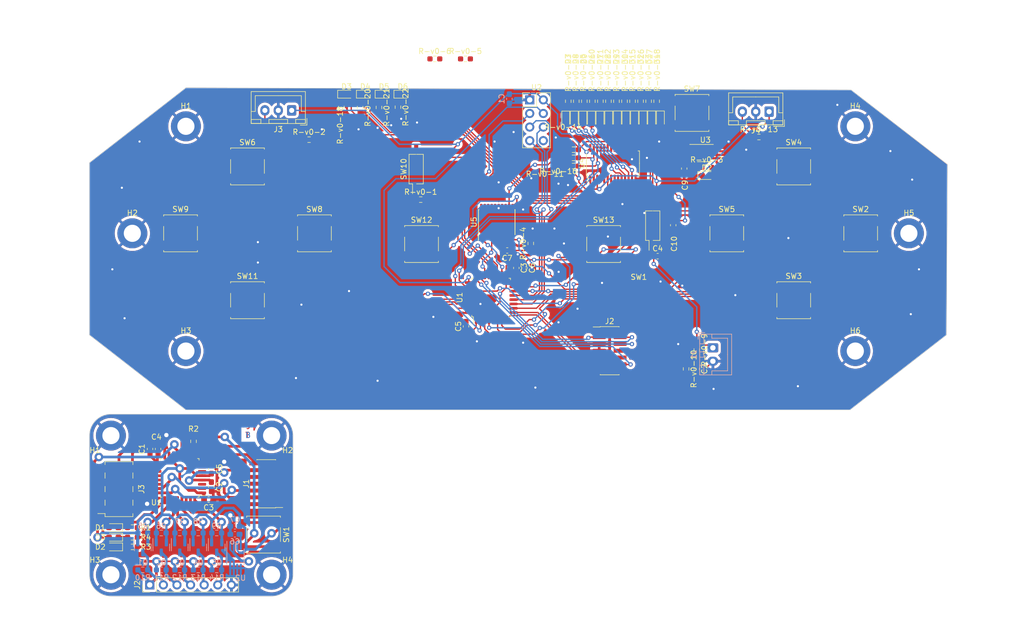
<source format=kicad_pcb>
(kicad_pcb (version 20221018) (generator pcbnew)
  (layers (0 "F.Cu" signal) (31 "B.Cu" signal) (34 "B.Paste" user) (35 "F.Paste" user) (36 "B.SilkS" user "B.Silkscreen") (37 "F.SilkS" user "F.Silkscreen") (38 "B.Mask" user) (39 "F.Mask" user) (44 "Edge.Cuts" user))
  (net 0 "")
  (net 1 "+5V-v1-")
  (net 2 "GND-v1-")
  (net 3 "+3.3V-v1-")
  (net 4 "Net-(D1-K)-v1-")
  (net 6 "Net-(D3-K)-v1-")
  (net 7 "Status_LED-v1-")
  (net 8 "Data_Clock_SNES-v1-")
  (net 9 "Data_Latch_SNES-v1-")
  (net 10 "Net-(D2-K)-v1-")
  (net 11 "Serial_Data1_SNES-v1-")
  (net 12 "Serial_Data2_SNES-v1-")
  (net 13 "SPI_Chip_Select-v1-")
  (net 14 "Chip_Enable-v1-")
  (net 15 "SPI_Digital_Input-v1-")
  (net 16 "SPI_Clock-v1-")
  (net 17 "SPI_Digital_Output-v1-")
  (net 18 "IOBit_SNES-v1-")
  (net 19 "Data_Clock_STM32-v1-")
  (net 20 "Data_Latch_STM32-v1-")
  (net 21 "Appairing_Btn-v1-")
  (net 22 "Net-(U2-BP)-v1-")
  (net 23 "SWDIO-v1-")
  (net 24 "SWDCK-v1-")
  (net 27 "NRST-v1-")
  (net 28 "USART2_RX-v1-")
  (net 29 "USART2_TX-v1-")
  (net 30 "Serial_Data1_STM32-v1-")
  (net 31 "IOBit_STM32-v1-")
  (net 32 "Serial_Data2_STM32-v1-")
  (net 46 "POWER-v0-_CHECK-v0-")
  (net 47 "GND-v0-")
  (net 48 "L-v0-i-ion-v0-")
  (net 49 "Net-(U3-BP)-v0-")
  (net 50 "Glob_Alim-v0-")
  (net 51 "Net-(D2-A)-v0-")
  (net 52 "Net-(D3-K)-v0-")
  (net 53 "Net-(D3-A)-v0-")
  (net 54 "Net-(D4-K)-v0-")
  (net 55 "Net-(D4-A)-v0-")
  (net 56 "Net-(D5-K)-v0-")
  (net 57 "Net-(D5-A)-v0-")
  (net 58 "Net-(D6-K)-v0-")
  (net 59 "Net-(D6-A)-v0-")
  (net 60 "Net-(D7-K)-v0-")
  (net 61 "Net-(D7-A)-v0-")
  (net 62 "Net-(D8-K)-v0-")
  (net 63 "Net-(D8-A)-v0-")
  (net 64 "Net-(D9-K)-v0-")
  (net 65 "Net-(D9-A)-v0-")
  (net 66 "Net-(D10-K)-v0-")
  (net 67 "Net-(D10-A)-v0-")
  (net 68 "Net-(D11-K)-v0-")
  (net 69 "Net-(D11-A)-v0-")
  (net 70 "Net-(D12-K)-v0-")
  (net 71 "Net-(D12-A)-v0-")
  (net 72 "Net-(D13-K)-v0-")
  (net 73 "Net-(D13-A)-v0-")
  (net 74 "Net-(D14-K)-v0-")
  (net 75 "Net-(D14-A)-v0-")
  (net 76 "Net-(D15-K)-v0-")
  (net 77 "Net-(D15-A)-v0-")
  (net 78 "Net-(D16-K)-v0-")
  (net 79 "Net-(D16-A)-v0-")
  (net 80 "Net-(D17-K)-v0-")
  (net 81 "Net-(D17-A)-v0-")
  (net 82 "Net-(D18-K)-v0-")
  (net 83 "Net-(D18-A)-v0-")
  (net 86 "SWDIO-v0-")
  (net 87 "SWDCK-v0-")
  (net 91 "R-v0-eset_Buton -v0-")
  (net 92 "USAR-v0-T2_R-v0-X-v0-")
  (net 93 "USAR-v0-T2_TX-v0-")
  (net 94 "NES{slash}SNES_switcher-v0-")
  (net 95 "R-v0-")
  (net 96 "A_Button-v0-")
  (net 97 "B_Button-v0-")
  (net 98 "X_Button-v0-")
  (net 99 "Y_Button-v0-")
  (net 100 "UC_Button-v0-")
  (net 101 "L-v0-C_Button-v0-")
  (net 102 "DIODE_SDA-v0-")
  (net 103 "R-v0-C_Button")
  (net 104 "L-v0-")
  (net 105 "DIODE_CL-v0-K")
  (net 106 "DC_Button-v0-")
  (net 107 "DIODE_OE-v0-")
  (net 108 "ST_Button-v0-")
  (net 109 "SE_Button-v0-")
  (net 110 "Order_Search-v0-")
  (net 111 "R-v0-X{slash}TX")
  (net 112 "Net-(C7-Pad1)-v0-")
  (net 113 "Pin_Clock-v0-")
  (net 114 "Digital_Out_Put-v0-")
  (net 115 "MOSI-v0-")
  (net 116 "GPIO_EX_CL-v0-K")
  (net 119 "GPIO_EX_SER-v0-IAL-v0-_DATA")
  (net 120 "Net-(U3-IN)-v0-")
  (net 121 "CSN_nR-v0-F24")
  (footprint "Capacitor_SMD:C_0603_1608Metric_Pad1.08x0.95mm_HandSolder" (layer "F.Cu") (at 111.1 15.15 -90)
    (fp_text reference "C9")
    (fp_text value "470p")
  )
  (footprint "Button_Switch_SMD:SW_SPST_B3S-1000" (layer "F.Cu") (at 112.55 4.75)
    (fp_text reference "SW7")
    (fp_text value "SW_SPST")
  )
  (footprint "L-v0-ED_SMD:L-v0-ED_0603_1608Metric_Pad1.05x0.95mm_HandSolder" (layer "F.Cu") (at 101.825 6.05 -90)
    (fp_text reference "D15")
    (fp_text value "R-v0-1")
  )
  (footprint "Package_SO:TSSOP-28_4.4x9.7mm_P0.65mm" (layer "F.Cu") (at 97.784 14.164 90)
    (fp_text reference "U4")
    (fp_text value "PCA9685PW")
  )
  (footprint "R-v0-esistor_SMD:R-v0-_0603_1608Metric_Pad0.98x0.95mm_HandSolder" (layer "F.Cu") (at 95.45 2.5625 90)
    (fp_text reference "R-v0-27")
    (fp_text value "1K")
  )
  (footprint "R-v0-esistor_SMD:R-v0-_0603_1608Metric_Pad0.98x0.95mm_HandSolder" (layer "F.Cu") (at 54.1 3.725 -90)
    (fp_text reference "R-v0-21")
    (fp_text value "1K")
  )
  (footprint "Capacitor_SMD:C_0603_1608Metric_Pad1.08x0.95mm_HandSolder" (layer "F.Cu") (at 113.45 52.5875 -90)
    (fp_text reference "C2")
    (fp_text value "1nF")
  )
  (footprint "Button_Switch_SMD:SW_SPST_B3S-1000" (layer "F.Cu") (at 42.05 27.25)
    (fp_text reference "SW8")
    (fp_text value "SW_Push")
  )
  (footprint "L-v0-ED_SMD:L-v0-ED_0603_1608Metric_Pad1.05x0.95mm_HandSolder" (layer "F.Cu") (at 105.025 6.05 -90)
    (fp_text reference "D17")
    (fp_text value "R-v0-3")
  )
  (footprint "Connector_PinSocket_2.54mm:PinSocket_2x04_P2.54mm_Vertical_SMD" (layer "F.Cu") (at 5.55 75.05 180)
    (fp_text reference "J3")
    (fp_text value "Conn_01x08_Socket")
  )
  (footprint "R-v0-esistor_SMD:R-v0-_0603_1608Metric_Pad0.98x0.95mm_HandSolder" (layer "F.Cu") (at 90.418 11.624 180)
    (fp_text reference "R-v0-16")
    (fp_text value "10K")
  )
  (footprint "L-v0-ED_SMD:L-v0-ED_0603_1608Metric_Pad1.05x0.95mm_HandSolder" (layer "F.Cu") (at 58.55 1.25)
    (fp_text reference "D6")
    (fp_text value "G4")
  )
  (footprint "Connector_JST:JST_XH_B3B-XH-A_1x03_P2.50mm_Vertical" (layer "F.Cu") (at 37.8 4.275 180)
    (fp_text reference "J3")
    (fp_text value "Conn_01x03")
  )
  (footprint "L-v0-ED_SMD:L-v0-ED_0603_1608Metric_Pad1.05x0.95mm_HandSolder" (layer "F.Cu") (at 51.55 1.25)
    (fp_text reference "D4")
    (fp_text value "G2")
  )
  (footprint "Resistor_SMD:R_0603_1608Metric_Pad0.98x0.95mm_HandSolder" (layer "F.Cu") (at 19.47 66.12 90)
    (fp_text reference "R2")
    (fp_text value "10k")
  )
  (footprint "Button_Switch_SMD:SW_SPST_B3S-1000" (layer "F.Cu") (at 131.55 39.75)
    (fp_text reference "SW3")
    (fp_text value "SW_Push")
  )
  (footprint "Button_Switch_SMD:SW_SPST_B3S-1000" (layer "F.Cu") (at 29.55 39.75)
    (fp_text reference "SW11")
    (fp_text value "SW_Push")
  )
  (footprint "R-v0-esistor_SMD:R-v0-_0603_1608Metric_Pad0.98x0.95mm_HandSolder" (layer "F.Cu") (at 96.95 2.5625 90)
    (fp_text reference "R-v0-28")
    (fp_text value "1K")
  )
  (footprint "R-v0-esistor_SMD:R-v0-_0603_1608Metric_Pad0.98x0.95mm_HandSolder" (layer "F.Cu") (at 99.95 2.5625 90)
    (fp_text reference "R-v0-30")
    (fp_text value "1K")
  )
  (footprint "Capacitor_SMD:C_0603_1608Metric_Pad1.08x0.95mm_HandSolder" (layer "F.Cu") (at 106.145 31.52)
    (fp_text reference "C4")
    (fp_text value "1u")
  )
  (footprint "Button_Switch_SMD:SW_SPST_B3S-1000" (layer "F.Cu") (at 144.05 27.25)
    (fp_text reference "SW2")
    (fp_text value "SW_Push")
  )
  (footprint "R-v0-esistor_SMD:R-v0-_0603_1608Metric_Pad0.98x0.95mm_HandSolder" (layer "F.Cu") (at 64.5375 -5.35)
    (fp_text reference "R-v0-6")
    (fp_text value "1K")
  )
  (footprint "MountingHole:MountingHole_3.2mm_M3_DIN965_Pad" (layer "F.Cu") (at 143.05 7.25)
    (fp_text reference "H4")
    (fp_text value "MountingHole_Pad")
  )
  (footprint "Resistor_SMD:R_0603_1608Metric_Pad0.98x0.95mm_HandSolder" (layer "F.Cu") (at 8.06875 85.85)
    (fp_text reference "R3")
    (fp_text value "1k")
  )
  (footprint "Button_Switch_SMD:SW_SPST_B3S-1000" (layer "F.Cu") (at 62.05 29.25)
    (fp_text reference "SW12")
    (fp_text value "SW_Push")
  )
  (footprint "MountingHole:MountingHole_3.2mm_M3_DIN965_Pad" (layer "F.Cu") (at 153.05 27.25)
    (fp_text reference "H5")
    (fp_text value "MountingHole_Pad")
  )
  (footprint "R-v0-esistor_SMD:R-v0-_0603_1608Metric_Pad0.98x0.95mm_HandSolder" (layer "F.Cu") (at 105.95 2.5625 90)
    (fp_text reference "R-v0-34")
    (fp_text value "1K")
  )
  (footprint "R-v0-esistor_SMD:R-v0-_0603_1608Metric_Pad0.98x0.95mm_HandSolder" (layer "F.Cu") (at 101.45 2.5625 90)
    (fp_text reference "R-v0-31")
    (fp_text value "1K")
  )
  (footprint "Connector_PinHeader_1.27mm:PinHeader_2x07_P1.27mm_Vertical_SMD" (layer "F.Cu") (at 33.05 74.05 180)
    (fp_text reference "J1")
    (fp_text value "Conn_02x07_Odd_Even")
  )
  (footprint "Capacitor_SMD:C_0603_1608Metric_Pad1.08x0.95mm_HandSolder" (layer "F.Cu") (at 12.85 67.55 90)
    (fp_text reference "C4")
    (fp_text value "100n")
  )
  (footprint "Capacitor_SMD:C_0603_1608Metric_Pad1.08x0.95mm_HandSolder" (layer "F.Cu") (at 79.75 33.722 -90)
    (fp_text reference "C3")
    (fp_text value "100n")
  )
  (footprint "L-v0-ED_SMD:L-v0-ED_0603_1608Metric_Pad1.05x0.95mm_HandSolder" (layer "F.Cu") (at 98.625 6.05 -90)
    (fp_text reference "D13")
    (fp_text value "O3")
  )
  (footprint "R-v0-esistor_SMD:R-v0-_0603_1608Metric_Pad0.98x0.95mm_HandSolder" (layer "F.Cu") (at 111.45 52.5875 -90)
    (fp_text reference "R-v0-10")
    (fp_text value "1M")
  )
  (footprint "Capacitor_SMD:C_0603_1608Metric_Pad1.08x0.95mm_HandSolder" (layer "F.Cu") (at 22.81 74.6025 90)
    (fp_text reference "C2")
    (fp_text value "100n")
  )
  (footprint "R-v0-esistor_SMD:R-v0-_0603_1608Metric_Pad0.98x0.95mm_HandSolder" (layer "F.Cu") (at 57.65 3.675 -90)
    (fp_text reference "R-v0-22")
    (fp_text value "1K")
  )
  (footprint "L-v0-ED_SMD:L-v0-ED_0603_1608Metric_Pad1.05x0.95mm_HandSolder" (layer "F.Cu") (at 55.05 1.25)
    (fp_text reference "D5")
    (fp_text value "G3")
  )
  (footprint "L-v0-ED_SMD:L-v0-ED_0603_1608Metric_Pad1.05x0.95mm_HandSolder" (layer "F.Cu") (at 93.775 6.075 -90)
    (fp_text reference "D10")
    (fp_text value "G8")
  )
  (footprint "R-v0-esistor_SMD:R-v0-_0603_1608Metric_Pad0.98x0.95mm_HandSolder" (layer "F.Cu") (at 102.95 2.5625 90)
    (fp_text reference "R-v0-32")
    (fp_text value "1K")
  )
  (footprint "MountingHole:MountingHole_3.2mm_M3_DIN965_Pad" (layer "F.Cu") (at 8.05 27.25)
    (fp_text reference "H2")
    (fp_text value "MountingHole_Pad")
  )
  (footprint "L-v0-ED_SMD:L-v0-ED_0603_1608Metric_Pad1.05x0.95mm_HandSolder" (layer "F.Cu") (at 115.31 16.45)
    (fp_text reference "D2")
    (fp_text value "L-v0-ED_Small")
  )
  (footprint "MountingHole:MountingHole_3.2mm_M3_DIN965_Pad" (layer "F.Cu") (at 18.05 49.25)
    (fp_text reference "H3")
    (fp_text value "MountingHole_Pad")
  )
  (footprint "Button_Switch_SMD:SW_SPST_B3S-1000" (layer "F.Cu") (at 131.55 14.75)
    (fp_text reference "SW4")
    (fp_text value "SW_Push")
  )
  (footprint "MountingHole:MountingHole_3.2mm_M3_DIN965_Pad" (layer "F.Cu") (at 18.05 7.25)
    (fp_text reference "H1")
    (fp_text value "MountingHole_Pad")
  )
  (footprint "L-v0-ED_SMD:L-v0-ED_0603_1608Metric_Pad1.05x0.95mm_HandSolder" (layer "F.Cu") (at 100.225 6.05 -90)
    (fp_text reference "D14")
    (fp_text value "O4")
  )
  (footprint "Connector_PinHeader_1.27mm:PinHeader_2x07_P1.27mm_Vertical_SMD" (layer "F.Cu") (at 97.175 49.19)
    (fp_text reference "J2")
    (fp_text value "Conn_02x07_Odd_Even")
  )
  (footprint "Diode_SMD:D_0603_1608Metric_Pad1.05x0.95mm_HandSolder" (layer "F.Cu") (at 4.56875 82.25 180)
    (fp_text reference "D1")
    (fp_text value "LED_Small")
  )
  (footprint "Diode_SMD:D_0603_1608Metric_Pad1.05x0.95mm_HandSolder" (layer "F.Cu") (at 4.56875 85.85 180)
    (fp_text reference "D2")
    (fp_text value "LED_Small")
  )
  (footprint "MountingHole:MountingHole_3.2mm_M3_DIN965_Pad" (layer "F.Cu") (at 4.05 91.05)
    (fp_text reference "H3")
    (fp_text value "MountingHole_Pad")
  )
  (footprint "L-v0-ED_SMD:L-v0-ED_0603_1608Metric_Pad1.05x0.95mm_HandSolder" (layer "F.Cu") (at 103.425 6.05 -90)
    (fp_text reference "D16")
    (fp_text value "R-v0-2")
  )
  (footprint "Diode_SMD:D_0603_1608Metric_Pad1.05x0.95mm_HandSolder" (layer "F.Cu") (at 4.56875 84.05 180)
    (fp_text reference "D3")
    (fp_text value "LED")
  )
  (footprint "Package_SO:MSOP-8_3x3mm_P0.65mm" (layer "F.Cu") (at 115.05 12.25)
    (fp_text reference "U3")
    (fp_text value "MIC5219-3.3YMM")
  )
  (footprint "L-v0-ED_SMD:L-v0-ED_0603_1608Metric_Pad1.05x0.95mm_HandSolder" (layer "F.Cu") (at 97 6.0625 -90)
    (fp_text reference "D12")
    (fp_text value "O2")
  )
  (footprint "Package_QFP:LQFP-32_7x7mm_P0.8mm" (layer "F.Cu") (at 16.9 72.95 180)
    (fp_text reference "U1")
    (fp_text value "STM32L412KBTx")
  )
  (footprint "L-v0-ED_SMD:L-v0-ED_0603_1608Metric_Pad1.05x0.95mm_HandSolder" (layer "F.Cu") (at 88.975 6.075 -90)
    (fp_text reference "D7")
    (fp_text value "G5")
  )
  (footprint "L-v0-ED_SMD:L-v0-ED_0603_1608Metric_Pad1.05x0.95mm_HandSolder" (layer "F.Cu") (at 48.05 1.25)
    (fp_text reference "D3")
    (fp_text value "G1")
  )
  (footprint "Capacitor_SMD:C_0603_1608Metric_Pad1.08x0.95mm_HandSolder" (layer "F.Cu") (at 78.05 30.45 180)
    (fp_text reference "C7")
    (fp_text value "100µF")
  )
  (footprint "L-v0-ED_SMD:L-v0-ED_0603_1608Metric_Pad1.05x0.95mm_HandSolder" (layer "F.Cu") (at 95.375 6.075 -90)
    (fp_text reference "D11")
    (fp_text value "O1")
  )
  (footprint "Capacitor_SMD:C_0603_1608Metric_Pad1.08x0.95mm_HandSolder" (layer "F.Cu") (at 11.35 67.55 90)
    (fp_text reference "C1")
    (fp_text value "10u")
  )
  (footprint "Connector_JST:JST_XH_B3B-XH-A_1x03_P2.50mm_Vertical" (layer "F.Cu") (at 126.954 4.512 180)
    (fp_text reference "J4")
    (fp_text value "Conn_01x03")
  )
  (footprint "Button_Switch_SMD:SW_SPST_B3S-1000" (layer "F.Cu") (at 29.55 14.75)
    (fp_text reference "SW6")
    (fp_text value "SW_Push")
  )
  (footprint "L-v0-ED_SMD:L-v0-ED_0603_1608Metric_Pad1.05x0.95mm_HandSolder" (layer "F.Cu") (at 106.65 6.05 -90)
    (fp_text reference "D18")
    (fp_text value "R-v0-4")
  )
  (footprint "R-v0-esistor_SMD:R-v0-_0603_1608Metric_Pad0.98x0.95mm_HandSolder" (layer "F.Cu") (at 50.575 3.75 -90)
    (fp_text reference "R-v0-20")
    (fp_text value "1K")
  )
  (footprint "Package_SO:SSOP-20_4.4x6.5mm_P0.65mm" (layer "F.Cu") (at 76.125 25.15 90)
    (fp_text reference "U5")
    (fp_text value "PCF8574TS")
  )
  (footprint "Button_Switch_SMD:SW_SPST_B3S-1000" (layer "F.Cu") (at 17.05 27.25)
    (fp_text reference "SW9")
    (fp_text value "SW_Push")
  )
  (footprint "R-v0-esistor_SMD:R-v0-_0603_1608Metric_Pad0.98x0.95mm_HandSolder" (layer "F.Cu") (at 82.45 29.1375 90)
    (fp_text reference "R-v0-4")
    (fp_text value "10k")
  )
  (footprint "Button_Switch_SMD:SW_SPST_B3S-1000" (layer "F.Cu") (at 119.05 27.25)
    (fp_text reference "SW5")
    (fp_text value "SW_Push")
  )
  (footprint "Resistor_SMD:R_0603_1608Metric_Pad0.98x0.95mm_HandSolder" (layer "F.Cu") (at 8.06875 84.05)
    (fp_text reference "R4")
    (fp_text value "1k")
  )
  (footprint "R-v0-esistor_SMD:R-v0-_0603_1608Metric_Pad0.98x0.95mm_HandSolder" (layer "F.Cu") (at 98.45 2.5625 90)
    (fp_text reference "R-v0-29")
    (fp_text value "1K")
  )
  (footprint "Capacitor_SMD:C_0603_1608Metric_Pad1.08x0.95mm_HandSolder" (layer "F.Cu") (at 81.274 33.722 -90)
    (fp_text reference "C6")
    (fp_text value "10u")
  )
  (footprint "L-v0-ED_SMD:L-v0-ED_0603_1608Metric_Pad1.05x0.95mm_HandSolder" (layer "F.Cu") (at 92.175 6.075 -90)
    (fp_text reference "D9")
    (fp_text value "G7")
  )
  (footprint "R-v0-esistor_SMD:R-v0-_0603_1608Metric_Pad0.98x0.95mm_HandSolder" (layer "F.Cu") (at 125.05 9.25)
    (fp_text reference "R-v0-13")
    (fp_text value "1K")
  )
  (footprint "R-v0-esistor_SMD:R-v0-_0603_1608Metric_Pad0.98x0.95mm_HandSolder" (layer "F.Cu") (at 113.45 49.05 -90)
    (fp_text reference "R-v0-9")
    (fp_text value "1M")
  )
  (footprint "L-v0-ED_SMD:L-v0-ED_0603_1608Metric_Pad1.05x0.95mm_HandSolder" (layer "F.Cu") (at 90.575 6.075 -90)
    (fp_text reference "D8")
    (fp_text value "G6")
  )
  (footprint "MountingHole:MountingHole_3.2mm_M3_DIN965_Pad" (layer "F.Cu") (at 34.05 91.05)
    (fp_text reference "H4")
    (fp_text value "MountingHole_Pad")
  )
  (footprint "R-v0-esistor_SMD:R-v0-_0603_1608Metric_Pad0.98x0.95mm_HandSolder" (layer "F.Cu") (at 47.075 3.725 -90)
    (fp_text reference "R-v0-18")
    (fp_text value "1K")
  )
  (footprint "R-v0-esistor_SMD:R-v0-_0603_1608Metric_Pad0.98x0.95mm_HandSolder" (layer "F.Cu") (at 104.45 2.5625 90)
    (fp_text reference "R-v0-33")
    (fp_text value "1K")
  )
  (footprint "R-v0-esistor_SMD:R-v0-_0603_1608Metric_Pad0.98x0.95mm_HandSolder" (layer "F.Cu") (at 89.45 2.5625 90)
    (fp_text reference "R-v0-23")
    (fp_text value "1K")
  )
  (footprint "Button_Switch_SMD:SW_SPST_B3S-1000" (layer "F.Cu") (at 96.05 29.25)
    (fp_text reference "SW13")
    (fp_text value "SW_Push")
  )
  (footprint "R-v0-esistor_SMD:R-v0-_0603_1608Metric_Pad0.98x0.95mm_HandSolder" (layer "F.Cu") (at 90.418 13.148 180)
    (fp_text reference "R-v0-11")
    (fp_text value "10K")
  )
  (footprint "MountingHole:MountingHole_3.2mm_M3_DIN965_Pad" (layer "F.Cu") (at 4.05 65.05)
    (fp_text reference "H1")
    (fp_text value "MountingHole_Pad")
  )
  (footprint "R-v0-esistor_SMD:R-v0-_0603_1608Metric_Pad0.98x0.95mm_HandSolder" (layer "F.Cu") (at 115.31 14.926)
    (fp_text reference "R-v0-3")
    (fp_text value "1K")
  )
  (footprint "R-v0-esistor_SMD:R-v0-_0603_1608Metric_Pad0.98x0.95mm_HandSolder" (layer "F.Cu") (at 41.05 9.75)
    (fp_text reference "R-v0-2")
    (fp_text value "1K")
  )
  (footprint "Button_Switch_SMD:SW_DIP_SPSTx01_Slide_Copal_CHS-01B_W7.62mm_P1.27mm" (layer "F.Cu") (at 61.05 15.25 90)
    (fp_text reference "SW10")
    (fp_text value "SW_DIP_x01")
  )
  (footprint "R-v0-esistor_SMD:R-v0-_0603_1608Metric_Pad0.98x0.95mm_HandSolder" (layer "F.Cu") (at 61.9 20.95)
    (fp_text reference "R-v0-1")
    (fp_text value "1K")
  )
  (footprint "R-v0-esistor_SMD:R-v0-_0603_1608Metric_Pad0.98x0.95mm_HandSolder" (layer "F.Cu") (at 90.418 14.672)
    (fp_text reference "R-v0-14")
    (fp_text value "10K")
  )
  (footprint "R-v0-esistor_SMD:R-v0-_0603_1608Metric_Pad0.98x0.95mm_HandSolder" (layer "F.Cu") (at 90.95 2.5625 90)
    (fp_text reference "R-v0-24")
    (fp_text value "1K")
  )
  (footprint "MountingHole:MountingHole_3.2mm_M3_DIN965_Pad" (layer "F.Cu") (at 34.05 65.05)
    (fp_text reference "H2")
    (fp_text value "MountingHole_Pad")
  )
  (footprint "Capacitor_SMD:C_0603_1608Metric_Pad1.08x0.95mm_HandSolder" (layer "F.Cu") (at 22.3025 76.99)
    (fp_text reference "C3")
    (fp_text value "100n")
  )
  (footprint "Resistor_SMD:R_0603_1608Metric_Pad0.98x0.95mm_HandSolder" (layer "F.Cu") (at 8.06875 82.25)
    (fp_text reference "R1")
    (fp_text value "1k")
  )
  (footprint "Capacitor_SMD:C_0603_1608Metric_Pad1.08x0.95mm_HandSolder" (layer "F.Cu") (at 109.045 25.7325 -90)
    (fp_text reference "C10")
    (fp_text value "100nF")
  )
  (footprint "Button_Switch_SMD:SW_DIP_SPSTx01_Slide_Copal_CHS-01B_W7.62mm_P1.27mm" (layer "F.Cu") (at 105.22 25.82 90)
    (fp_text reference "SW1")
    (fp_text value "SW_DIP_x01")
  )
  (footprint "R-v0-esistor_SMD:R-v0-_0603_1608Metric_Pad0.98x0.95mm_HandSolder" (layer "F.Cu") (at 92.45 2.5625 90)
    (fp_text reference "R-v0-25")
    (fp_text value "1K")
  )
  (footprint "Capacitor_SMD:C_0603_1608Metric_Pad1.08x0.95mm_HandSolder" (layer "F.Cu") (at 22.81 71.3 90)
    (fp_text reference "C5")
    (fp_text value "100n")
  )
  (footprint "Package_QFP:L-v0-QFP-32_7x7mm_P0.8mm" (layer "F.Cu") (at 75.05 39.25 90)
    (fp_text reference "U1")
    (fp_text value "STM32L-v0-412KBTx")
  )
  (footprint "Connector_PinHeader_2.54mm:PinHeader_2x04_P2.54mm_Vertical" (layer "F.Cu") (at 82.25 2.31)
    (fp_text reference "U2")
    (fp_text value "nR-v0-F24_Full")
  )
  (footprint "Button_Switch_SMD:SW_SPST_B3S-1000" (layer "F.Cu") (at 32.55 83.55 180)
    (fp_text reference "SW1")
    (fp_text value "SW_SPST")
  )
  (footprint "Connector_PinHeader_2.54mm:PinHeader_1x07_P2.54mm_Vertical" (layer "F.Cu") (at 11.3 92.95 90)
    (fp_text reference "J2")
    (fp_text value "Conn_01x07_Socket")
  )
  (footprint "Capacitor_SMD:C_0603_1608Metric_Pad1.08x0.95mm_HandSolder" (layer "F.Cu") (at 70.352 44.644 90)
    (fp_text reference "C5")
    (fp_text value "100n")
  )
  (footprint "R-v0-esistor_SMD:R-v0-_0603_1608Metric_Pad0.98x0.95mm_HandSolder" (layer "F.Cu") (at 70.25 -5.35)
    (fp_text reference "R-v0-5")
    (fp_text value "1K")
  )
  (footprint "MountingHole:MountingHole_3.2mm_M3_DIN965_Pad" (layer "F.Cu") (at 143.05 49.25)
    (fp_text reference "H6")
    (fp_text value "MountingHole_Pad")
  )
  (footprint "R-v0-esistor_SMD:R-v0-_0603_1608Metric_Pad0.98x0.95mm_HandSolder" (layer "F.Cu") (at 93.95 2.5625 90)
    (fp_text reference "R-v0-26")
    (fp_text value "1K")
  )
  (footprint "Resistor_SMD:R_0603_1608Metric_Pad0.98x0.95mm_HandSolder" (layer "B.Cu") (at 20.35 90.15)
    (fp_text reference "R13")
    (fp_text value "10k")
  )
  (footprint "Package_TO_SOT_SMD:SOT-23" (layer "B.Cu") (at 23.8 85.95 -90)
    (fp_text reference "Q5")
    (fp_text value "2N7002")
  )
  (footprint "Capacitor_SMD:C_0603_1608Metric_Pad1.08x0.95mm_HandSolder" (layer "B.Cu") (at 27.2 82 180)
    (fp_text reference "C7")
    (fp_text value "2.2u")
  )
  (footprint "Resistor_SMD:R_0603_1608Metric_Pad0.98x0.95mm_HandSolder" (layer "B.Cu") (at 13.45 90.15)
    (fp_text reference "R11")
    (fp_text value "10k")
  )
  (footprint "Package_TO_SOT_SMD:SOT-23" (layer "B.Cu") (at 20.35 85.95 -90)
    (fp_text reference "Q4")
    (fp_text value "2N7002")
  )
  (footprint "Capacitor_SMD:C_0603_1608Metric_Pad1.08x0.95mm_HandSolder" (layer "B.Cu") (at 27.2 83.5 180)
    (fp_text reference "C6")
    (fp_text value "470p")
  )
  (footprint "Capacitor_SMD:C_0603_1608Metric_Pad1.08x0.95mm_HandSolder" (layer "B.Cu") (at 78.45 2.1125 -90)
    (fp_text reference "C1")
    (fp_text value "100uF")
  )
  (footprint "Resistor_SMD:R_0603_1608Metric_Pad0.98x0.95mm_HandSolder" (layer "B.Cu") (at 16.9 90.15)
    (fp_text reference "R12")
    (fp_text value "10k")
  )
  (footprint "Resistor_SMD:R_0603_1608Metric_Pad0.98x0.95mm_HandSolder" (layer "B.Cu") (at 20.35 83.25)
    (fp_text reference "R8")
    (fp_text value "10k")
  )
  (footprint "Connector_JST:JST_XH_B2B-XH-A_1x02_P2.50mm_Vertical" (layer "B.Cu") (at 116.45 48.65 -90)
    (fp_text reference "J1")
    (fp_text value "Conn_01x02")
  )
  (footprint "Resistor_SMD:R_0603_1608Metric_Pad0.98x0.95mm_HandSolder" (layer "B.Cu") (at 16.9 83.25)
    (fp_text reference "R7")
    (fp_text value "10k")
  )
  (footprint "Package_TO_SOT_SMD:SOT-23" (layer "B.Cu") (at 16.9 85.95 -90)
    (fp_text reference "Q3")
    (fp_text value "2N7002")
  )
  (footprint "Package_SO:MSOP-8_3x3mm_P0.65mm" (layer "B.Cu") (at 27.3125 87.7 -90)
    (fp_text reference "U2")
    (fp_text value "MIC5219-3.3YMM")
  )
  (footprint "Resistor_SMD:R_0603_1608Metric_Pad0.98x0.95mm_HandSolder" (layer "B.Cu") (at 23.8 83.25)
    (fp_text reference "R9")
    (fp_text value "10k")
  )
  (footprint "Resistor_SMD:R_0603_1608Metric_Pad0.98x0.95mm_HandSolder" (layer "B.Cu") (at 10 90.15)
    (fp_text reference "R10")
    (fp_text value "10k")
  )
  (footprint "Resistor_SMD:R_0603_1608Metric_Pad0.98x0.95mm_HandSolder" (layer "B.Cu") (at 13.45 83.25)
    (fp_text reference "R6")
    (fp_text value "10k")
  )
  (footprint "Package_TO_SOT_SMD:SOT-23" (layer "B.Cu") (at 10 85.95 -90)
    (fp_text reference "Q1")
    (fp_text value "2N7002")
  )
  (footprint "Package_TO_SOT_SMD:SOT-23" (layer "B.Cu") (at 13.45 85.95 -90)
    (fp_text reference "Q2")
    (fp_text value "2N7002")
  )
  (footprint "Resistor_SMD:R_0603_1608Metric_Pad0.98x0.95mm_HandSolder" (layer "B.Cu") (at 10 83.25)
    (fp_text reference "R5")
    (fp_text value "10k")
  )
  (footprint "Resistor_SMD:R_0603_1608Metric_Pad0.98x0.95mm_HandSolder" (layer "B.Cu") (at 23.8 90.15)
    (fp_text reference "R14")
    (fp_text value "10k")
  )
  (gr_arc (start 38.05 91.05) (mid 36.878427 93.878427) (end 34.05 95.05) (stroke (width 0.1)) (layer "Edge.Cuts"))
  (gr_line (start 160.05 46.25) (end 142.05 60.25) (stroke (width 0.1)) (layer "Edge.Cuts"))
  (gr_arc (start 34.05 61.05) (mid 36.878427 62.221573) (end 38.05 65.05) (stroke (width 0.1)) (layer "Edge.Cuts"))
  (gr_line (start 0.05 46.25) (end 0.05 14.05) (stroke (width 0.1)) (layer "Edge.Cuts"))
  (gr_line (start 18.05 0.05) (end 142.25 0.45) (stroke (width 0.1)) (layer "Edge.Cuts"))
  (gr_arc (start 4.05 95.05) (mid 1.221573 93.878427) (end 0.05 91.05) (stroke (width 0.1)) (layer "Edge.Cuts"))
  (gr_line (start 34.05 95.05) (end 4.05 95.05) (stroke (width 0.1)) (layer "Edge.Cuts"))
  (gr_line (start 38.05 65.05) (end 38.05 91.05) (stroke (width 0.1)) (layer "Edge.Cuts"))
  (gr_line (start 142.05 60.25) (end 18.05 60.25) (stroke (width 0.1)) (layer "Edge.Cuts"))
  (gr_line (start 0.05 14.05) (end 18.05 0.05) (stroke (width 0.1)) (layer "Edge.Cuts"))
  (gr_arc (start 0.05 65.05) (mid 1.221573 62.221573) (end 4.05 61.05) (stroke (width 0.1)) (layer "Edge.Cuts"))
  (gr_line (start 142.25 0.45) (end 160.25 14.35) (stroke (width 0.1)) (layer "Edge.Cuts"))
  (gr_line (start 0.05 91.05) (end 0.05 65.05) (stroke (width 0.1)) (layer "Edge.Cuts"))
  (gr_line (start 160.25 14.35) (end 160.05 46.25) (stroke (width 0.1)) (layer "Edge.Cuts"))
  (gr_line (start 18.05 60.25) (end 0.05 46.25) (stroke (width 0.1)) (layer "Edge.Cuts"))
  (gr_line (start 4.05 61.05) (end 34.05 61.05) (stroke (width 0.1)) (layer "Edge.Cuts"))
  (gr_text "T" (at 29.05 65.55) (layer "F.Cu") (effects (font (size 1 1)) (justify left bottom)))
  (gr_text "SNES Plug" (at 22.05 63.55) (layer "F.Cu") (effects (font (size 1 1)) (justify left bottom)))
  (gr_text "B" (at 29.05 65.55) (layer "B.Cu") (effects (font (size 1 1)) (justify left bottom)))
  (segment (start 7.8 88.55) (end 12.5375 88.55) (width 0.5) (layer "F.Cu") (net 1))
  (segment (start 12.5375 88.55) (end 12.5375 91.7125) (width 0.5) (layer "F.Cu") (net 1))
  (segment (start 3.69375 85.85) (end 3.69375 85.884561) (width 0.5) (layer "F.Cu") (net 1))
  (segment (start 12.5375 88.55) (end 15.9875 88.55) (width 0.3) (layer "F.Cu") (net 1))
  (segment (start 6.55 87.3) (end 7.8 88.55) (width 0.5) (layer "F.Cu") (net 1))
  (segment (start 12.5375 91.7125) (end 11.3 92.95) (width 0.5) (layer "F.Cu") (net 1))
  (segment (start 3.69375 85.884561) (end 5.109189 87.3) (width 0.5) (layer "F.Cu") (net 1))
  (segment (start 19.4375 88.55) (end 15.9875 88.55) (width 0.5) (layer "F.Cu") (net 1))
  (segment (start 22.8875 88.55) (end 29.8 88.55) (width 0.5) (layer "F.Cu") (net 1))
  (segment (start 5.109189 87.3) (end 6.55 87.3) (width 0.5) (layer "F.Cu") (net 1))
  (segment (start 19.4375 88.55) (end 22.8875 88.55) (width 0.5) (layer "F.Cu") (net 1))
  (via (at 19.4375 88.55) (size 1.6) (drill 0.8) (layers "F.Cu" "B.Cu") (net 1))
  (via (at 12.5375 88.55) (size 1.6) (drill 0.8) (layers "F.Cu" "B.Cu") (net 1))
  (via (at 29.8 88.55) (size 1.6) (drill 0.8) (layers "F.Cu" "B.Cu") (net 1))
  (via (at 15.9875 88.55) (size 1.6) (drill 0.8) (layers "F.Cu" "B.Cu") (net 1))
  (via (at 22.8875 88.55) (size 1.6) (drill 0.8) (layers "F.Cu" "B.Cu") (net 1))
  (segment (start 29.8 88.55) (end 29.7 88.45) (width 0.5) (layer "B.Cu") (net 1))
  (segment (start 12.5375 90.15) (end 12.5375 88.55) (width 0.5) (layer "B.Cu") (net 1))
  (segment (start 15.9875 88.55) (end 15.9875 90.15) (width 0.5) (layer "B.Cu") (net 1))
  (segment (start 19.4375 88.55) (end 19.4375 90.15) (width 0.5) (layer "B.Cu") (net 1))
  (segment (start 26.3375 85.5875) (end 26.3375 86.380761) (width 0.3) (layer "B.Cu") (net 1))
  (segment (start 11.3 92.3625) (end 9.0875 90.15) (width 0.5) (layer "B.Cu") (net 1))
  (segment (start 26.9875 85.5875) (end 26.9875 87.030761) (width 0.3) (layer "B.Cu") (net 1))
  (segment (start 11.3 92.95) (end 11.3 92.3625) (width 0.5) (layer "B.Cu") (net 1))
  (segment (start 26.3375 86.380761) (end 26.9875 87.030761) (width 0.3) (layer "B.Cu") (net 1))
  (segment (start 22.8875 88.55) (end 22.8875 90.15) (width 0.5) (layer "B.Cu") (net 1))
  (segment (start 28.406739 88.45) (end 26.9875 87.030761) (width 0.5) (layer "B.Cu") (net 1))
  (segment (start 29.7 88.45) (end 28.406739 88.45) (width 0.5) (layer "B.Cu") (net 1))
  (segment (start 12.85 66.6875) (end 12.85 66.5) (width 0.5) (layer "F.Cu") (net 2))
  (segment (start 22.81 75.391193) (end 23.835 74.366193) (width 0.5) (layer "F.Cu") (net 2))
  (segment (start 23.835 74.366193) (end 23.835 71.4625) (width 0.5) (layer "F.Cu") (net 2))
  (segment (start 10.8 77.8) (end 9.74 78.86) (width 0.5) (layer "F.Cu") (net 2))
  (segment (start 22.81 75.465) (end 22.81 75.391193) (width 0.5) (layer "F.Cu") (net 2))
  (segment (start 11.35 66.6875) (end 12.85 66.6875) (width 0.5) (layer "F.Cu") (net 2))
  (segment (start 23.165 76.99) (end 23.165 75.82) (width 0.5) (layer "F.Cu") (net 2))
  (segment (start 25.199189 69.95) (end 24.711689 70.4375) (width 0.5) (layer "F.Cu") (net 2))
  (segment (start 9.74 78.86) (end 8.07 78.86) (width 0.5) (layer "F.Cu") (net 2))
  (segment (start 23.835 71.4625) (end 22.81 70.4375) (width 0.5) (layer "F.Cu") (net 2))
  (segment (start 19.7 77.125) (end 20.59 78.015) (width 0.5) (layer "F.Cu") (net 2))
  (segment (start 20.59 78.015) (end 22.14 78.015) (width 0.5) (layer "F.Cu") (net 2))
  (segment (start 12.85 66.5) (end 14.4 64.95) (width 0.5) (layer "F.Cu") (net 2))
  (segment (start 14.1 65.25) (end 14.1 68.775) (width 0.5) (layer "F.Cu") (net 2))
  (segment (start 23.165 75.82) (end 22.81 75.465) (width 0.5) (layer "F.Cu") (net 2))
  (segment (start 14.4 64.95) (end 14.1 65.25) (width 0.5) (layer "F.Cu") (net 2))
  (segment (start 22.14 78.015) (end 23.165 76.99) (width 0.5) (layer "F.Cu") (net 2))
  (segment (start 24.711689 70.4375) (end 22.81 70.4375) (width 0.5) (layer "F.Cu") (net 2))
  (via (at 25.199189 69.95) (size 1.6) (drill 0.8) (layers "F.Cu" "B.Cu") (net 2))
  (via (at 14.4 64.95) (size 1.6) (drill 0.8) (layers "F.Cu" "B.Cu") (net 2))
  (via (at 10.8 77.8) (size 1.6) (drill 0.8) (layers "F.Cu" "B.Cu") (net 2))
  (via (at 26.3375 79.95) (size 1.6) (drill 0.8) (layers "F.Cu" "B.Cu") (net 2))
  (segment (start 22.45 69.95) (end 17.45 64.95) (width 0.5) (layer "B.Cu") (net 2))
  (segment (start 26.3375 79.9875) (end 26.3 79.95) (width 0.5) (layer "B.Cu") (net 2))
  (segment (start 26.3375 82) (end 26.3375 83.5) (width 0.5) (layer "B.Cu") (net 2))
  (segment (start 25.199189 69.95) (end 22.45 69.95) (width 0.5) (layer "B.Cu") (net 2))
  (segment (start 17.45 64.95) (end 14.4 64.95) (width 0.5) (layer "B.Cu") (net 2))
  (segment (start 26.3375 82) (end 26.3375 79.95) (width 0.5) (layer "B.Cu") (net 2))
  (segment (start 3.69375 84.05) (end 1.55 84.05) (width 0.5) (layer "F.Cu") (net 3))
  (segment (start 21.075 72.55) (end 20.05 72.55) (width 0.5) (layer "F.Cu") (net 3))
  (segment (start 1.55 80.34) (end 3.03 78.86) (width 0.5) (layer "F.Cu") (net 3))
  (segment (start 34.05 83.3) (end 34.525 83.3) (width 0.5) (layer "F.Cu") (net 3))
  (segment (start 28.575 81.3) (end 36.525 81.3) (width 0.5) (layer "F.Cu") (net 3))
  (segment (start 36.7 76.59) (end 37.05 76.94) (width 0.5) (layer "F.Cu") (net 3))
  (segment (start 15.85 70.15) (end 12.725 70.15) (width 0.5) (layer "F.Cu") (net 3))
  (segment (start 19.720406 75.3) (end 18.590811 75.3) (width 0.5) (layer "F.Cu") (net 3))
  (segment (start 21.44 76.99) (end 21.44 76.115) (width 0.5) (layer "F.Cu") (net 3))
  (segment (start 11.35 68.775) (end 12.725 70.15) (width 0.5) (layer "F.Cu") (net 3))
  (segment (start 11.35 68.4125) (end 11.35 68.775) (width 0.5) (layer "F.Cu") (net 3))
  (segment (start 20.170406 75.75) (end 19.720406 75.3) (width 0.5) (layer "F.Cu") (net 3))
  (segment (start 12.725 68.5375) (end 12.85 68.4125) (width 0.5) (layer "F.Cu") (net 3))
  (segment (start 12.725 70.15) (end 12.725 68.5375) (width 0.5) (layer "F.Cu") (net 3))
  (segment (start 21.44 76.115) (end 21.075 75.75) (width 0.5) (layer "F.Cu") (net 3))
  (segment (start 18.590811 75.3) (end 16.9 73.609189) (width 0.5) (layer "F.Cu") (net 3))
  (segment (start 18.7 71.2) (end 16.9 71.2) (width 0.5) (layer "F.Cu") (net 3))
  (segment (start 34.525 83.3) (end 36.525 81.3) (width 0.5) (layer "F.Cu") (net 3))
  (segment (start 16.9 71.2) (end 15.85 70.15) (width 0.5) (layer "F.Cu") (net 3))
  (segment (start 21.075 75.75) (end 20.170406 75.75) (width 0.5) (layer "F.Cu") (net 3))
  (segment (start 1.55 84.05) (end 1.55 80.34) (width 0.5) (layer "F.Cu") (net 3))
  (segment (start 22.81 72.1625) (end 22.4225 72.55) (width 0.5) (layer "F.Cu") (net 3))
  (segment (start 16.9 73.609189) (end 16.9 71.2) (width 0.5) (layer "F.Cu") (net 3))
  (segment (start 36.525 81.3) (end 37.05 80.775) (width 0.5) (layer "F.Cu") (net 3))
  (segment (start 35 76.59) (end 36.7 76.59) (width 0.5) (layer "F.Cu") (net 3))
  (segment (start 22.4225 72.55) (end 21.075 72.55) (width 0.5) (layer "F.Cu") (net 3))
  (segment (start 20.05 72.55) (end 18.7 71.2) (width 0.5) (layer "F.Cu") (net 3))
  (segment (start 37.05 80.775) (end 37.05 76.94) (width 0.5) (layer "F.Cu") (net 3))
  (via (at 1.55 84.05) (size 1.6) (drill 0.8) (layers "F.Cu" "B.Cu") (net 3))
  (via (at 16.9 71.2) (size 1.6) (drill 0.8) (layers "F.Cu" "B.Cu") (net 3))
  (via (at 34.05 83.3) (size 1.6) (drill 0.8) (layers "F.Cu" "B.Cu") (net 3))
  (segment (start 15.9875 80.915811) (end 14.921689 79.85) (width 0.5) (layer "B.Cu") (net 3))
  (segment (start 21.821689 79.85) (end 20.503311 79.85) (width 0.5) (layer "B.Cu") (net 3))
  (segment (start 22.8875 83.25) (end 22.8875 80.915811) (width 0.5) (layer "B.Cu") (net 3))
  (segment (start 15.95 85.0125) (end 15.95 83.2875) (width 0.5) (layer "B.Cu") (net 3))
  (segment (start 13.603311 72.246689) (end 13.603311 79.85) (width 0.5) (layer "B.Cu") (net 3))
  (segment (start 27.6375 85.5875) (end 27.6375 86.527817) (width 0.3) (layer "B.Cu") (net 3))
  (segment (start 28.75 82) (end 28.0625 82) (width 0.5) (layer "B.Cu") (net 3))
  (segment (start 26.896689 78.6) (end 25.203311 78.6) (width 0.5) (layer "B.Cu") (net 3))
  (segment (start 16.9 71.2) (end 14.65 71.2) (width 0.5) (layer "B.Cu") (net 3))
  (segment (start 14.65 71.2) (end 13.603311 72.246689) (width 0.5) (layer "B.Cu") (net 3))
  (segment (start 25.203311 78.6) (end 22.8875 80.915811) (width 0.5) (layer "B.Cu") (net 3))
  (segment (start 19.4375 80.915811) (end 19.4375 83.25) (width 0.5) (layer "B.Cu") (net 3))
  (segment (start 15.9875 80.915811) (end 17.053311 79.85) (width 0.5) (layer "B.Cu") (net 3))
  (segment (start 22.8875 80.915811) (end 21.821689 79.85) (width 0.5) (layer "B.Cu") (net 3))
  (segment (start 9.0875 83.25) (end 9.0875 81.115811) (width 0.5) (layer "B.Cu") (net 3))
  (segment (start 1.55 84.05) (end 2.35 83.25) (width 0.5) (layer "B.Cu") (net 3))
  (segment (start 12.5 85.0125) (end 12.5 83.2875) (width 0.5) (layer "B.Cu") (net 3))
  (segment (start 29.3 82.55) (end 28.75 82) (width 0.5) (layer "B.Cu") (net 3))
  (segment (start 12.5375 80.915811) (end 12.5375 83.25) (width 0.5) (layer "B.Cu") (net 3))
  (segment (start 22.85 85.0125) (end 22.85 83.2875) (width 0.5) (layer "B.Cu") (net 3))
  (segment (start 9.05 83.2875) (end 9.0875 83.25) (width 0.5) (layer "B.Cu") (net 3))
  (segment (start 15.95 83.2875) (end 15.9875 83.25) (width 0.5) (layer "B.Cu") (net 3))
  (segment (start 9.0875 81.115811) (end 10.353311 79.85) (width 0.5) (layer "B.Cu") (net 3))
  (segment (start 29.3 86.306739) (end 29.3 82.55) (width 0.5) (layer "B.Cu") (net 3))
  (segment (start 20.503311 79.85) (end 19.4375 80.915811) (width 0.5) (layer "B.Cu") (net 3))
  (segment (start 28.656739 86.95) (end 28.059683 86.95) (width 0.5) (layer "B.Cu") (net 3))
  (segment (start 18.371689 79.85) (end 19.4375 80.915811) (width 0.5) (layer "B.Cu") (net 3))
  (segment (start 2.35 83.25) (end 9.0875 83.25) (width 0.5) (layer "B.Cu") (net 3))
  (segment (start 12.5 83.2875) (end 12.5375 83.25) (width 0.5) (layer "B.Cu") (net 3))
  (segment (start 28.0625 79.765811) (end 26.896689 78.6) (width 0.5) (layer "B.Cu") (net 3))
  (segment (start 13.603311 79.85) (end 12.5375 80.915811) (width 0.5) (layer "B.Cu") (net 3))
  (segment (start 22.85 83.2875) (end 22.8875 83.25) (width 0.5) (layer "B.Cu") (net 3))
  (segment (start 17.053311 79.85) (end 18.371689 79.85) (width 0.5) (layer "B.Cu") (net 3))
  (segment (start 19.4 83.2875) (end 19.4375 83.25) (width 0.5) (layer "B.Cu") (net 3))
  (segment (start 9.05 85.0125) (end 9.05 83.2875) (width 0.5) (layer "B.Cu") (net 3))
  (segment (start 29.3 86.306739) (end 28.656739 86.95) (width 0.5) (layer "B.Cu") (net 3))
  (segment (start 27.6375 86.527817) (end 28.059683 86.95) (width 0.3) (layer "B.Cu") (net 3))
  (segment (start 28.0625 82) (end 28.0625 79.765811) (width 0.5) (layer "B.Cu") (net 3))
  (segment (start 31.043261 86.306739) (end 34.05 83.3) (width 0.5) (layer "B.Cu") (net 3))
  (segment (start 10.353311 79.85) (end 11.471689 79.85) (width 0.5) (layer "B.Cu") (net 3))
  (segment (start 31.043261 86.306739) (end 29.3 86.306739) (width 0.5) (layer "B.Cu") (net 3))
  (segment (start 15.9875 83.25) (end 15.9875 80.915811) (width 0.5) (layer "B.Cu") (net 3))
  (segment (start 19.4 85.0125) (end 19.4 83.2875) (width 0.5) (layer "B.Cu") (net 3))
  (segment (start 14.921689 79.85) (end 13.603311 79.85) (width 0.5) (layer "B.Cu") (net 3))
  (segment (start 11.471689 79.85) (end 12.5375 80.915811) (width 0.5) (layer "B.Cu") (net 3))
  (segment (start 7.15625 82.25) (end 5.44375 82.25) (width 0.5) (layer "F.Cu") (net 4))
  (segment (start 7.15625 84.05) (end 5.44375 84.05) (width 0.5) (layer "F.Cu") (net 6))
  (segment (start 4.71875 81.225) (end 8.875 81.225) (width 0.5) (layer "F.Cu") (net 7))
  (segment (start 8.875 81.225) (end 10.3 79.8) (width 0.5) (layer "F.Cu") (net 7))
  (segment (start 3.69375 82.25) (end 4.71875 81.225) (width 0.5) (layer "F.Cu") (net 7))
  (segment (start 10.3 79.8) (end 11.425 79.8) (width 0.5) (layer "F.Cu") (net 7))
  (segment (start 11.425 79.8) (end 14.1 77.125) (width 0.5) (layer "F.Cu") (net 7))
  (segment (start 10.9125 90.15) (end 10.9125 87.8) (width 0.5) (layer "B.Cu") (net 8))
  (segment (start 13.84 92.34) (end 13.05 91.55) (width 0.5) (layer "B.Cu") (net 8))
  (segment (start 13.84 92.95) (end 13.84 92.34) (width 0.5) (layer "B.Cu") (net 8))
  (segment (start 10.9125 87.8) (end 10 86.8875) (width 0.5) (layer "B.Cu") (net 8))
  (segment (start 12.3125 91.55) (end 10.9125 90.15) (width 0.5) (layer "B.Cu") (net 8))
  (segment (start 13.05 91.55) (end 12.3125 91.55) (width 0.5) (layer "B.Cu") (net 8))
  (segment (start 14.3625 91.0125) (end 16.3 92.95) (width 0.5) (layer "B.Cu") (net 9))
  (segment (start 14.3625 87.8) (end 13.45 86.8875) (width 0.5) (layer "B.Cu") (net 9))
  (segment (start 14.3625 90.15) (end 14.3625 87.8) (width 0.5) (layer "B.Cu") (net 9))
  (segment (start 14.3625 90.15) (end 14.3625 91.0125) (width 0.5) (layer "B.Cu") (net 9))
  (segment (start 5.44375 85.85) (end 7.15625 85.85) (width 0.5) (layer "F.Cu") (net 10))
  (segment (start 17.8125 90.15) (end 17.8125 87.8) (width 0.5) (layer "B.Cu") (net 11))
  (segment (start 17.8125 90.15) (end 17.8125 91.9625) (width 0.5) (layer "B.Cu") (net 11))
  (segment (start 17.8125 91.9625) (end 18.8 92.95) (width 0.5) (layer "B.Cu") (net 11))
  (segment (start 17.8125 87.8) (end 16.9 86.8875) (width 0.5) (layer "B.Cu") (net 11))
  (segment (start 21.2625 92.9125) (end 21.3 92.95) (width 0.5) (layer "B.Cu") (net 12))
  (segment (start 21.2625 90.15) (end 21.2625 87.8) (width 0.5) (layer "B.Cu") (net 12))
  (segment (start 21.2625 90.15) (end 21.2625 92.9125) (width 0.5) (layer "B.Cu") (net 12))
  (segment (start 21.2625 87.8) (end 20.35 86.8875) (width 0.5) (layer "B.Cu") (net 12))
  (segment (start 11.15 70.95) (end 10.3 71.8) (width 0.5) (layer "F.Cu") (net 13))
  (segment (start 12.725 70.95) (end 11.15 70.95) (width 0.5) (layer "F.Cu") (net 13))
  (segment (start 9.8 75.05) (end 4.3 75.05) (width 0.5) (layer "F.Cu") (net 13))
  (segment (start 10.3 71.8) (end 10.3 74.55) (width 0.5) (layer "F.Cu") (net 13))
  (segment (start 4.3 75.05) (end 3.03 76.32) (width 0.5) (layer "F.Cu") (net 13))
  (segment (start 10.3 74.55) (end 9.8 75.05) (width 0.5) (layer "F.Cu") (net 13))
  (segment (start 8.07 76.32) (end 10.53 76.32) (width 0.5) (layer "F.Cu") (net 14))
  (segment (start 11.820406 71.75) (end 12.725 71.75) (width 0.5) (layer "F.Cu") (net 14))
  (segment (start 11.425 75.425) (end 11.425 72.145406) (width 0.5) (layer "F.Cu") (net 14))
  (segment (start 11.425 72.145406) (end 11.820406 71.75) (width 0.5) (layer "F.Cu") (net 14))
  (segment (start 10.53 76.32) (end 11.425 75.425) (width 0.5) (layer "F.Cu") (net 14))
  (segment (start 15.1 63.6) (end 17.3 65.8) (width 0.5) (layer "F.Cu") (net 15))
  (segment (start 17.3 65.8) (end 17.3 68.775) (width 0.5) (layer "F.Cu") (net 15))
  (segment (start 8.07 68.316307) (end 12.786307 63.6) (width 0.5) (layer "F.Cu") (net 15))
  (segment (start 12.786307 63.6) (end 15.1 63.6) (width 0.5) (layer "F.Cu") (net 15))
  (segment (start 8.07 71.24) (end 8.07 68.316307) (width 0.5) (layer "F.Cu") (net 15))
  (segment (start 5.55 68.8) (end 12.05 62.3) (width 0.5) (layer "F.Cu") (net 16))
  (segment (start 18.1 64.35) (end 18.1 68.775) (width 0.5) (layer "F.Cu") (net 16))
  (segment (start 12.05 62.3) (end 16.05 62.3) (width 0.5) (layer "F.Cu") (net 16))
  (segment (start 5.55 72.26) (end 5.55 68.8) (width 0.5) (layer "F.Cu") (net 16))
  (segment (start 7.07 73.78) (end 5.55 72.26) (width 0.5) (layer "F.Cu") (net 16))
  (segment (start 8.07 73.78) (end 7.07 73.78) (width 0.5) (layer "F.Cu") (net 16))
  (segment (start 16.05 62.3) (end 18.1 64.35) (width 0.5) (layer "F.Cu") (net 16))
  (segment (start 16.5 67.870406) (end 16.5 68.775) (width 0.5) (layer "F.Cu") (net 17))
  (segment (start 15.9 66.7) (end 15.9 67.270406) (width 0.5) (layer "F.Cu") (net 17))
  (segment (start 3.03 73.78) (end 2.03 73.78) (width 0.5) (layer "F.Cu") (net 17))
  (segment (start 15.9 67.270406) (end 16.5 67.870406) (width 0.5) (layer "F.Cu") (net 17))
  (segment (start 2.03 73.78) (end 0.98 72.73) (width 0.5) (layer "F.Cu") (net 17))
  (segment (start 0.98 69.87) (end 1.8 69.05) (width 0.5) (layer "F.Cu") (net 17))
  (segment (start 0.98 72.73) (end 0.98 69.87) (width 0.5) (layer "F.Cu") (net 17))
  (via (at 15.9 66.7) (size 1.6) (drill 0.8) (layers "F.Cu" "B.Cu") (net 17))
  (via (at 1.8 69.05) (size 1.6) (drill 0.8) (layers "F.Cu" "B.Cu") (net 17))
  (segment (start 13.55 69.05) (end 15.9 66.7) (width 0.5) (layer "B.Cu") (net 17))
  (segment (start 1.8 69.05) (end 13.55 69.05) (width 0.5) (layer "B.Cu") (net 17))
  (segment (start 24.7125 90.15) (end 24.7125 92.0375) (width 0.5) (layer "B.Cu") (net 18))
  (segment (start 24.7125 90.15) (end 24.7125 87.8) (width 0.5) (layer "B.Cu") (net 18))
  (segment (start 24.7125 87.8) (end 23.8 86.8875) (width 0.5) (layer "B.Cu") (net 18))
  (segment (start 24.7125 92.0375) (end 23.8 92.95) (width 0.5) (layer "B.Cu") (net 18))
  (segment (start 14.9 78.029594) (end 14.9 77.125) (width 0.5) (layer "F.Cu") (net 19))
  (segment (start 10.9125 81.2) (end 11.729594 81.2) (width 0.5) (layer "F.Cu") (net 19))
  (segment (start 11.729594 81.2) (end 14.9 78.029594) (width 0.5) (layer "F.Cu") (net 19))
  (via (at 10.9125 81.2) (size 1.6) (drill 0.8) (layers "F.Cu" "B.Cu") (net 19))
  (segment (start 10.9125 83.25) (end 10.9125 81.2) (width 0.5) (layer "B.Cu") (net 19))
  (segment (start 10.95 83.2875) (end 10.9125 83.25) (width 0.5) (layer "B.Cu") (net 19))
  (segment (start 10.95 85.0125) (end 10.95 83.2875) (width 0.5) (layer "B.Cu") (net 19))
  (segment (start 15.7 79.8625) (end 15.7 77.125) (width 0.5) (layer "F.Cu") (net 20))
  (segment (start 14.3625 81.2) (end 15.7 79.8625) (width 0.5) (layer "F.Cu") (net 20))
  (via (at 14.3625 81.2) (size 1.6) (drill 0.8) (layers "F.Cu" "B.Cu") (net 20))
  (segment (start 14.4 85.0125) (end 14.4 83.2875) (width 0.5) (layer "B.Cu") (net 20))
  (segment (start 14.3625 83.25) (end 14.3625 81.2) (width 0.5) (layer "B.Cu") (net 20))
  (segment (start 14.4 83.2875) (end 14.3625 83.25) (width 0.5) (layer "B.Cu") (net 20))
  (segment (start 18.9 67.6025) (end 19.47 67.0325) (width 0.5) (layer "F.Cu") (net 21))
  (segment (start 30.8 83.3) (end 30.8 83.55) (width 0.5) (layer "F.Cu") (net 21))
  (segment (start 36.525 85.8) (end 28.575 85.8) (width 0.5) (layer "F.Cu") (net 21))
  (segment (start 30.8 83.55) (end 28.575 85.775) (width 0.5) (layer "F.Cu") (net 21))
  (segment (start 25.3 65.3) (end 21.2025 65.3) (width 0.5) (layer "F.Cu") (net 21))
  (segment (start 28.575 85.775) (end 28.575 85.8) (width 0.5) (layer "F.Cu") (net 21))
  (segment (start 21.2025 65.3) (end 19.47 67.0325) (width 0.5) (layer "F.Cu") (net 21))
  (segment (start 18.9 68.775) (end 18.9 67.6025) (width 0.5) (layer "F.Cu") (net 21))
  (via (at 25.3 65.3) (size 1.6) (drill 0.8) (layers "F.Cu" "B.Cu") (net 21))
  (via (at 30.8 83.3) (size 1.6) (drill 0.8) (layers "F.Cu" "B.Cu") (net 21))
  (segment (start 30.8 70.8) (end 25.3 65.3) (width 0.5) (layer "B.Cu") (net 21))
  (segment (start 30.8 83.3) (end 30.8 70.8) (width 0.5) (layer "B.Cu") (net 21))
  (segment (start 28.2875 85.5875) (end 28.2875 83.725) (width 0.3) (layer "B.Cu") (net 22))
  (segment (start 28.2875 83.725) (end 28.0625 83.5) (width 0.3) (layer "B.Cu") (net 22))
  (segment (start 15.4 73.179594) (end 15.4 72.8) (width 0.5) (layer "F.Cu") (net 23))
  (segment (start 13.629594 74.95) (end 15.4 73.179594) (width 0.5) (layer "F.Cu") (net 23))
  (segment (start 26.09 76.59) (end 31.1 76.59) (width 0.5) (layer "F.Cu") (net 23))
  (segment (start 12.725 74.95) (end 13.629594 74.95) (width 0.5) (layer "F.Cu") (net 23))
  (segment (start 25.199189 75.699189) (end 26.09 76.59) (width 0.5) (layer "F.Cu") (net 23))
  (segment (start 25.199189 73.95) (end 25.199189 75.699189) (width 0.5) (layer "F.Cu") (net 23))
  (via (at 25.199189 73.95) (size 1.6) (drill 0.8) (layers "F.Cu" "B.Cu") (net 23))
  (via (at 15.4 72.8) (size 1.6) (drill 0.8) (layers "F.Cu" "B.Cu") (net 23))
  (segment (start 24.349189 74.8) (end 25.199189 73.95) (width 0.5) (layer "B.Cu") (net 23))
  (segment (start 16.05 72.8) (end 18.05 74.8) (width 0.5) (layer "B.Cu") (net 23))
  (segment (start 18.05 74.8) (end 24.349189 74.8) (width 0.5) (layer "B.Cu") (net 23))
  (segment (start 15.4 72.8) (end 16.05 72.8) (width 0.5) (layer "B.Cu") (net 23))
  (segment (start 31.1 75.32) (end 26.730901 75.32) (width 0.5) (layer "F.Cu") (net 24))
  (segment (start 26.730901 75.32) (end 26.62076 75.209859) (width 0.5) (layer "F.Cu") (net 24))
  (segment (start 16.05 75.05) (end 15.35 75.75) (width 0.5) (layer "F.Cu") (net 24))
  (segment (start 15.35 75.75) (end 12.725 75.75) (width 0.5) (layer "F.Cu") (net 24))
  (via (at 16.05 75.05) (size 1.6) (drill 0.8) (layers "F.Cu" "B.Cu") (net 24))
  (via (at 26.62076 75.209859) (size 1.6) (drill 0.8) (layers "F.Cu" "B.Cu") (net 24))
  (segment (start 26.62076 75.209859) (end 25.280619 76.55) (width 0.5) (layer "B.Cu") (net 24))
  (segment (start 17.55 76.55) (end 16.05 75.05) (width 0.5) (layer "B.Cu") (net 24))
  (segment (start 25.280619 76.55) (end 17.55 76.55) (width 0.5) (layer "B.Cu") (net 24))
  (segment (start 31.1 71.51) (end 25.639189 71.51) (width 0.5) (layer "F.Cu") (net 27))
  (segment (start 22.42 73.35) (end 21.075 73.35) (width 0.5) (layer "F.Cu") (net 27))
  (segment (start 25.639189 71.51) (end 25.199189 71.95) (width 0.5) (layer "F.Cu") (net 27))
  (segment (start 22.81 73.74) (end 22.42 73.35) (width 0.5) (layer "F.Cu") (net 27))
  (segment (start 18.75 73.35) (end 18.65 73.45) (width 0.5) (layer "F.Cu") (net 27))
  (segment (start 21.075 73.35) (end 18.75 73.35) (width 0.5) (layer "F.Cu") (net 27))
  (via (at 18.65 73.45) (size 1.6) (drill 0.8) (layers "F.Cu" "B.Cu") (net 27))
  (via (at 25.199189 71.95) (size 1.6) (drill 0.8) (layers "F.Cu" "B.Cu") (net 27))
  (segment (start 20.15 71.95) (end 18.65 73.45) (width 0.5) (layer "B.Cu") (net 27))
  (segment (start 25.199189 71.95) (end 20.15 71.95) (width 0.5) (layer "B.Cu") (net 27))
  (segment (start 21.425 67.05) (end 30.58 67.05) (width 0.5) (layer "F.Cu") (net 28))
  (segment (start 19.7 68.775) (end 21.425 67.05) (width 0.5) (layer "F.Cu") (net 28))
  (segment (start 33.77 70.24) (end 35 70.24) (width 0.5) (layer "F.Cu") (net 28))
  (segment (start 30.58 67.05) (end 33.77 70.24) (width 0.5) (layer "F.Cu") (net 28))
  (segment (start 31.1 70.24) (end 29.46 68.6) (width 0.5) (layer "F.Cu") (net 29))
  (segment (start 22.625 68.6) (end 21.075 70.15) (width 0.5) (layer "F.Cu") (net 29))
  (segment (start 29.46 68.6) (end 22.625 68.6) (width 0.5) (layer "F.Cu") (net 29))
  (segment (start 16.5 77.125) (end 16.5 79.8875) (width 0.5) (layer "F.Cu") (net 30))
  (segment (start 16.5 79.8875) (end 17.8125 81.2) (width 0.5) (layer "F.Cu") (net 30))
  (via (at 17.8125 81.2) (size 1.6) (drill 0.8) (layers "F.Cu" "B.Cu") (net 30))
  (segment (start 17.85 83.2875) (end 17.8125 83.25) (width 0.5) (layer "B.Cu") (net 30))
  (segment (start 17.85 85.0125) (end 17.85 83.2875) (width 0.5) (layer "B.Cu") (net 30))
  (segment (start 17.8125 83.25) (end 17.8125 81.2) (width 0.5) (layer "B.Cu") (net 30))
  (segment (start 24.7125 81.2) (end 22.8625 79.35) (width 0.5) (layer "F.Cu") (net 31))
  (segment (start 18.1 78.360964) (end 18.1 77.125) (width 0.5) (layer "F.Cu") (net 31))
  (segment (start 22.8625 79.35) (end 19.089036 79.35) (width 0.5) (layer "F.Cu") (net 31))
  (segment (start 19.089036 79.35) (end 18.1 78.360964) (width 0.5) (layer "F.Cu") (net 31))
  (via (at 24.7125 81.2) (size 1.6) (drill 0.8) (layers "F.Cu" "B.Cu") (net 31))
  (segment (start 24.7125 83.25) (end 24.7125 81.2) (width 0.5) (layer "B.Cu") (net 31))
  (segment (start 24.75 85.0125) (end 24.75 83.2875) (width 0.5) (layer "B.Cu") (net 31))
  (segment (start 24.75 83.2875) (end 24.7125 83.25) (width 0.5) (layer "B.Cu") (net 31))
  (segment (start 19.721689 81.2) (end 17.3 78.778311) (width 0.5) (layer "F.Cu") (net 32))
  (segment (start 17.3 78.778311) (end 17.3 77.125) (width 0.5) (layer "F.Cu") (net 32))
  (segment (start 21.2625 81.2) (end 19.721689 81.2) (width 0.5) (layer "F.Cu") (net 32))
  (via (at 21.2625 81.2) (size 1.6) (drill 0.8) (layers "F.Cu" "B.Cu") (net 32))
  (segment (start 21.2625 83.25) (end 21.2625 81.2) (width 0.5) (layer "B.Cu") (net 32))
  (segment (start 21.3 85.0125) (end 21.3 83.2875) (width 0.5) (layer "B.Cu") (net 32))
  (segment (start 21.3 83.2875) (end 21.2625 83.25) (width 0.5) (layer "B.Cu") (net 32))
  (segment (start 111.5 51.725) (end 111.45 51.675) (width 0.25) (layer "F.Cu") (net 46))
  (segment (start 88.698 39.506) (end 87.878 40.326) (width 0.25) (layer "F.Cu") (net 46))
  (segment (start 113.45 51.725) (end 111.5 51.725) (width 0.25) (layer "F.Cu") (net 46))
  (segment (start 70.875 38.05) (end 76.175402 38.05) (width 0.25) (layer "F.Cu") (net 46))
  (segment (start 113.45 49.9625) (end 113.45 51.725) (width 0.25) (layer "F.Cu") (net 46))
  (segment (start 113.4 51.675) (end 113.45 51.725) (width 0.25) (layer "F.Cu") (net 46))
  (segment (start 102.9935 39.506) (end 88.698 39.506) (width 0.25) (layer "F.Cu") (net 46))
  (segment (start 113.45 49.9625) (end 102.9935 39.506) (width 0.25) (layer "F.Cu") (net 46))
  (segment (start 111.45 51.675) (end 111.45 51.8875) (width 0.25) (layer "F.Cu") (net 46))
  (segment (start 76.175402 38.05) (end 76.697701 37.527701) (width 0.25) (layer "F.Cu") (net 46))
  (via (at 87.878 40.326) (size 0.8) (drill 0.4) (layers "F.Cu" "B.Cu") (net 46))
  (via (at 76.697701 37.527701) (size 0.8) (drill 0.4) (layers "F.Cu" "B.Cu") (net 46))
  (segment (start 78.221701 37.527701) (end 76.697701 37.527701) (width 0.25) (layer "B.Cu") (net 46))
  (segment (start 81.02 40.326) (end 78.221701 37.527701) (width 0.25) (layer "B.Cu") (net 46))
  (segment (start 87.878 40.326) (end 81.02 40.326) (width 0.25) (layer "B.Cu") (net 46))
  (segment (start 113.4 53.5) (end 113.45 53.45) (width 0.25) (layer "F.Cu") (net 47))
  (segment (start 95.244 15.434) (end 95.509 15.699) (width 0.25) (layer "F.Cu") (net 47))
  (segment (start 81.45 36.25) (end 79.425 36.25) (width 0.25) (layer "F.Cu") (net 47))
  (segment (start 94.209 15.453) (end 94.228 15.434) (width 0.25) (layer "F.Cu") (net 47))
  (segment (start 94.209 17.0265) (end 94.209 15.453) (width 0.25) (layer "F.Cu") (net 47))
  (segment (start 95.509 12.905) (end 95.752 13.148) (width 0.25) (layer "F.Cu") (net 47))
  (segment (start 95.509 11.3015) (end 95.509 12.905) (width 0.25) (layer "F.Cu") (net 47))
  (segment (start 102.009 18.389) (end 102.102 18.482) (width 0.25) (layer "F.Cu") (net 47))
  (segment (start 111.45 53.5) (end 113.4 53.5) (width 0.25) (layer "F.Cu") (net 47))
  (segment (start 79.425 36.25) (end 79.225 36.45) (width 0.25) (layer "F.Cu") (net 47))
  (segment (start 114.15 53.45) (end 116.45 51.15) (width 0.25) (layer "F.Cu") (net 47))
  (segment (start 113.45 53.45) (end 114.15 53.45) (width 0.25) (layer "F.Cu") (net 47))
  (segment (start 54.1 4.77) (end 56.382 7.052) (width 0.25) (layer "F.Cu") (net 47))
  (segment (start 102.009 17.0265) (end 102.009 18.389) (width 0.25) (layer "F.Cu") (net 47))
  (segment (start 94.228 15.434) (end 95.244 15.434) (width 0.25) (layer "F.Cu") (net 47))
  (segment (start 95.752 13.148) (end 96.159 12.741) (width 0.25) (layer "F.Cu") (net 47))
  (segment (start 54.1 4.6375) (end 54.1 4.77) (width 0.25) (layer "F.Cu") (net 47))
  (segment (start 95.509 15.699) (end 95.509 17.0265) (width 0.25) (layer "F.Cu") (net 47))
  (segment (start 81.274 34.6345) (end 81.45 34.8105) (width 0.25) (layer "F.Cu") (net 47))
  (segment (start 81.45 34.8105) (end 81.45 36.25) (width 0.25) (layer "F.Cu") (net 47))
  (segment (start 96.159 12.741) (end 96.159 11.3015) (width 0.25) (layer "F.Cu") (net 47))
  (via (at 77.25 32.05) (size 0.8) (drill 0.4) (layers "F.Cu" "B.Cu") (net 47))
  (via (at 99.562 21.784) (size 0.8) (drill 0.4) (layers "F.Cu" "B.Cu") (net 47))
  (via (at 132.328 55.82) (size 0.8) (drill 0.4) (layers "F.Cu" "B.Cu") (net 47))
  (via (at 130.55 28.134) (size 0.8) (drill 0.4) (layers "F.Cu" "B.Cu") (net 47))
  (via (at 76.448 22.546) (size 0.8) (drill 0.4) (layers "F.Cu" "B.Cu") (net 47))
  (via (at 80.004 31.182) (size 0.8) (drill 0.4) (layers "F.Cu" "B.Cu") (net 47))
  (via (at 72.384 47.438) (size 0.8) (drill 0.4) (layers "F.Cu" "B.Cu") (net 47))
  (via (at 96.85 27.85) (size 0.8) (drill 0.4) (layers "F.Cu" "B.Cu") (net 47))
  (via (at 87.624 17.974) (size 0.8) (drill 0.4) (layers "F.Cu" "B.Cu") (net 47))
  (via (at 53.842 54.804) (size 0.8) (drill 0.4) (layers "F.Cu" "B.Cu") (net 47))
  (via (at 149.6 11.878) (size 0.8) (drill 0.4) (layers "F.Cu" "B.Cu") (net 47))
  (via (at 101.34 13.402) (size 0.8) (drill 0.4) (layers "F.Cu" "B.Cu") (net 47))
  (via (at 87.624 43.882) (size 0.8) (drill 0.4) (layers "F.Cu" "B.Cu") (net 47))
  (via (at 106.42 10.1) (size 0.8) (drill 0.4) (layers "F.Cu" "B.Cu") (net 47))
  (via (at 89.402 18.228) (size 0.8) (drill 0.4) (layers "F.Cu" "B.Cu") (net 47))
  (via (at 4.312 33.976) (size 0.8) (drill 0.4) (layers "F.Cu" "B.Cu") (net 47))
  (via (at 56.382 7.052) (size 0.8) (drill 0.4) (layers "F.Cu" "B.Cu") (net 47))
  (via (at 6.09 18.736) (size 0.8) (drill 0.4) (layers "F.Cu" "B.Cu") (net 47))
  (via (at 82.65 33.65) (size 0.8) (drill 0.4) (layers "F.Cu" "B.Cu") (net 47))
  (via (at 87.116 9.338) (size 0.8) (drill 0.4) (layers "F.Cu" "B.Cu") (net 47))
  (via (at 76.448 17.72) (size 0.8) (drill 0.4) (layers "F.Cu" "B.Cu") (net 47))
  (via (at 73.05 40.45) (size 0.8) (drill 0.4) (layers "F.Cu" "B.Cu") (net 47))
  (via (at 120.644 38.802) (size 0.8) (drill 0.4) (layers "F.Cu" "B.Cu") (net 47))
  (via (at 31.49 28.896) (size 0.8) (drill 0.4) (layers "F.Cu" "B.Cu") (net 47))
  (via (at 122.676 11.624) (size 0.8) (drill 0.4) (layers "F.Cu" "B.Cu") (net 47))
  (via (at 82.544 16.958) (size 0.8) (drill 0.4) (layers "F.Cu" "B.Cu") (net 47))
  (via (at 53.842 7.56) (size 0.8) (drill 0.4) (layers "F.Cu" "B.Cu") (net 47))
  (via (at 153.664 17.212) (size 0.8) (drill 0.4) (layers "F.Cu" "B.Cu") (net 47))
  (via (at 153.41 42.358) (size 0.8) (drill 0.4) (layers "F.Cu" "B.Cu") (net 47))
  (via (at 109.976 47.946) (size 0.8) (drill 0.4) (layers "F.Cu" "B.Cu") (net 47))
  (via (at 88.64 29.15) (size 0.8) (drill 0.4) (layers "F.Cu" "B.Cu") (net 47))
  (via (at 139.694 3.242) (size 0.8) (drill 0.4) (layers "F.Cu" "B.Cu") (net 47))
  (via (at 81.02 47.692) (size 0.8) (drill 0.4) (layers "F.Cu" "B.Cu") (net 47))
  (via (at 6.598 43.12) (size 0.8) (drill 0.4) (layers "F.Cu" "B.Cu") (net 47))
  (via (at 116.58 56.328) (size 0.8) (drill 0.4) (layers "F.Cu" "B.Cu") (net 47))
  (via (at 79.242 8.322) (size 0.8) (drill 0.4) (layers "F.Cu" "B.Cu") (net 47))
  (via (at 81.02 22.8) (size 0.8) (drill 0.4) (layers "F.Cu" "B.Cu") (net 47))
  (via (at 58.25 5.85) (size 0.8) (drill 0.4) (layers "F.Cu" "B.Cu") (net 47))
  (via (at 75.686 10.1) (size 0.8) (drill 0.4) (layers "F.Cu" "B.Cu") (net 47))
  (via (at 50.286 7.814) (size 0.8) (drill 0.4) (layers "F.Cu" "B.Cu") (net 47))
  (via (at 61.208 6.544) (size 0.8) (drill 0.4) (layers "F.Cu" "B.Cu") (net 47))
  (via (at 103.65 23.45) (size 0.8) (drill 0.4) (layers "F.Cu" "B.Cu") (net 47))
  (via (at 86.862 26.356) (size 0.8) (drill 0.4) (layers "F.Cu" "B.Cu") (net 47))
  (via (at 64.256 42.866) (size 0.8) (drill 0.4) (layers "F.Cu" "B.Cu") (net 47))
  (via (at 119.374 10.1) (size 0.8) (drill 0.4) (layers "F.Cu" "B.Cu") (net 47))
  (via (at 106.674 36.262) (size 0.8) (drill 0.4) (layers "F.Cu" "B.Cu") (net 47))
  (via (at 48.508 38.04) (size 0.8) (drill 0.4) (layers "F.Cu" "B.Cu") (net 47))
  (via (at 38.602 54.296) (size 0.8) (drill 0.4) (layers "F.Cu" "B.Cu") (net 47))
  (via (at 104.134 13.148) (size 0.8) (drill 0.4) (layers "F.Cu" "B.Cu") (net 47))
  (via (at 9.392 10.1) (size 0.8) (drill 0.4) (layers "F.Cu" "B.Cu") (net 47))
  (via (at 87.65 34.45) (size 0.8) (drill 0.4) (layers "F.Cu" "B.Cu") (net 47))
  (via (at 154.934 33.976) (size 0.8) (drill 0.4) (layers "F.Cu" "B.Cu") (net 47))
  (via (at 39.618 40.58) (size 0.8) (drill 0.4) (layers "F.Cu" "B.Cu") (net 47))
  (via (at 82.798 26.356) (size 0.8) (drill 0.4) (layers "F.Cu" "B.Cu") (net 47))
  (via (at 43.428 7.814) (size 0.8) (drill 0.4) (layers "F.Cu" "B.Cu") (net 47))
  (via (at 110.738 37.024) (size 0.8) (drill 0.4) (layers "F.Cu" "B.Cu") (net 47))
  (via (at 91.18 41.342) (size 0.8) (drill 0.4) (layers "F.Cu" "B.Cu") (net 47))
  (via (at 83.306 56.074) (size 0.8) (drill 0.4) (layers "F.Cu" "B.Cu") (net 47))
  (via (at 95.752 36.516) (size 0.8) (drill 0.4) (layers "F.Cu" "B.Cu") (net 47))
  (via (at 31.49 32.706) (size 0.8) (drill 0.4) (layers "F.Cu" "B.Cu") (net 47))
  (segment (start 78.45 2.975) (end 79.115 2.31) (width 0.25) (layer "B.Cu") (net 47))
  (segment (start 79.115 2.31) (end 82.25 2.31) (width 0.25) (layer "B.Cu") (net 47))
  (segment (start 105.404 32.96) (end 105.404 31.6415) (width 0.25) (layer "F.Cu") (net 48))
  (segment (start 105.22 29.63) (end 105.22 31.4575) (width 0.25) (layer "F.Cu") (net 48))
  (segment (start 105.404 31.6415) (end 105.2825 31.52) (width 0.25) (layer "F.Cu") (net 48))
  (segment (start 105.22 31.4575) (end 105.2825 31.52) (width 0.25) (layer "F.Cu") (net 48))
  (segment (start 113.45 48.1375) (end 115.9375 48.1375) (width 0.25) (layer "F.Cu") (net 48))
  (segment (start 113.45 45.65) (end 113.45 48.1375) (width 0.25) (layer "F.Cu") (net 48))
  (segment (start 115.9375 48.1375) (end 116.45 48.65) (width 0.25) (layer "F.Cu") (net 48))
  (via (at 105.404 32.96) (size 0.8) (drill 0.4) (layers "F.Cu" "B.Cu") (net 48))
  (via (at 113.45 45.65) (size 0.8) (drill 0.4) (layers "F.Cu" "B.Cu") (net 48))
  (segment (start 108.452 36.008) (end 105.404 32.96) (width 0.25) (layer "B.Cu") (net 48))
  (segment (start 113.45 41.006) (end 113.45 45.65) (width 0.25) (layer "B.Cu") (net 48))
  (segment (start 108.452 36.008) (end 113.45 41.006) (width 0.25) (layer "B.Cu") (net 48))
  (segment (start 111.1 13.802) (end 111.677 13.225) (width 0.25) (layer "F.Cu") (net 49))
  (segment (start 111.677 13.225) (end 112.9375 13.225) (width 0.25) (layer "F.Cu") (net 49))
  (segment (start 111.1 14.2875) (end 111.1 13.802) (width 0.25) (layer "F.Cu") (net 49))
  (segment (start 108.65 19.05) (end 105.9445 19.05) (width 0.25) (layer "F.Cu") (net 50))
  (segment (start 109.045 24.87) (end 111.23 24.87) (width 0.25) (layer "F.Cu") (net 50))
  (segment (start 111.23 24.87) (end 111.25 24.85) (width 0.25) (layer "F.Cu") (net 50))
  (segment (start 89.5055 14.672) (end 89.5055 13.148) (width 0.25) (layer "F.Cu") (net 50))
  (segment (start 75.8 28.05) (end 75.8 29.0625) (width 0.25) (layer "F.Cu") (net 50))
  (segment (start 81.8855 32.198) (end 81.274 32.8095) (width 0.25) (layer "F.Cu") (net 50))
  (segment (start 70.352 45.5565) (end 71.4715 45.5565) (width 0.25) (layer "F.Cu") (net 50))
  (segment (start 96.768 24.832) (end 89.402 32.198) (width 0.25) (layer "F.Cu") (net 50))
  (segment (start 114.3975 14.926) (end 114.3975 13.271459) (width 0.25) (layer "F.Cu") (net 50))
  (segment (start 74.715396 42.104) (end 75.45 42.838604) (width 0.25) (layer "F.Cu") (net 50))
  (segment (start 61.05 11.44) (end 67.996 11.44) (width 0.25) (layer "F.Cu") (net 50))
  (segment (start 72.25 44.778) (end 72.25 43.425) (width 0.25) (layer "F.Cu") (net 50))
  (segment (start 72.638 42.104) (end 74.715396 42.104) (width 0.25) (layer "F.Cu") (net 50))
  (segment (start 75.45 42.838604) (end 75.45 43.425) (width 0.25) (layer "F.Cu") (net 50))
  (segment (start 76.702 40.117396) (end 74.715396 42.104) (width 0.25) (layer "F.Cu") (net 50))
  (segment (start 91.434 17.72) (end 92.704 18.99) (width 0.25) (layer "F.Cu") (net 50))
  (segment (start 89.5055 15.0295) (end 91.434 16.958) (width 0.25) (layer "F.Cu") (net 50))
  (segment (start 95.244 18.99) (end 96.159 18.075) (width 0.25) (layer "F.Cu") (net 50))
  (segment (start 109.404 12.45) (end 109.214 12.64) (width 0.25) (layer "F.Cu") (net 50))
  (segment (start 109.214 12.64) (end 105.9445 15.9095) (width 0.25) (layer "F.Cu") (net 50))
  (segment (start 92.704 18.99) (end 93.466 18.99) (width 0.25) (layer "F.Cu") (net 50))
  (segment (start 92.85 12.0105) (end 93.559 11.3015) (width 0.25) (layer "F.Cu") (net 50))
  (segment (start 67.996 11.44) (end 68.828 10.608) (width 0.25) (layer "F.Cu") (net 50))
  (segment (start 78.3765 32.8095) (end 77.85 33.336) (width 0.25) (layer "F.Cu") (net 50))
  (segment (start 91.434 16.958) (end 91.434 17.72) (width 0.25) (layer "F.Cu") (net 50))
  (segment (start 113.701041 12.575) (end 112.9375 12.575) (width 0.25) (layer "F.Cu") (net 50))
  (segment (start 114.3975 13.271459) (end 113.701041 12.575) (width 0.25) (layer "F.Cu") (net 50))
  (segment (start 105.9445 15.9095) (end 105.9445 17.466) (width 0.25) (layer "F.Cu") (net 50))
  (segment (start 105.9445 17.466) (end 105.9445 19.85) (width 0.25) (layer "F.Cu") (net 50))
  (segment (start 94.736 18.99) (end 95.244 18.99) (width 0.25) (layer "F.Cu") (net 50))
  (segment (start 94.859 17.0265) (end 94.859 18.867) (width 0.25) (layer "F.Cu") (net 50))
  (segment (start 126.954 4.512) (end 126.954 6.076) (width 0.25) (layer "F.Cu") (net 50))
  (segment (start 72.25 43.425) (end 72.25 42.492) (width 0.25) (layer "F.Cu") (net 50))
  (segment (start 94.859 18.867) (end 94.736 18.99) (width 0.25) (layer "F.Cu") (net 50))
  (segment (start 77.85 37.4) (end 77.85 35.075) (width 0.25) (layer "F.Cu") (net 50))
  (segment (start 105.9445 23.1155) (end 104.228 24.832) (width 0.25) (layer "F.Cu") (net 50))
  (segment (start 78.3765 31.639) (end 78.3765 32.8095) (width 0.25) (layer "F.Cu") (net 50))
  (segment (start 77.1875 30.45) (end 78.3765 31.639) (width 0.25) (layer "F.Cu") (net 50))
  (segment (start 112.8125 12.45) (end 109.404 12.45) (width 0.25) (layer "F.Cu") (net 50))
  (segment (start 93.559 18.897) (end 93.466 18.99) (width 0.25) (layer "F.Cu") (net 50))
  (segment (start 93.466 18.99) (end 94.736 18.99) (width 0.25) (layer "F.Cu") (net 50))
  (segment (start 83.052 32.198) (end 81.8855 32.198) (width 0.25) (layer "F.Cu") (net 50))
  (segment (start 89.402 32.198) (end 85.846 32.198) (width 0.25) (layer "F.Cu") (net 50))
  (segment (start 110.05 20.45) (end 108.65 19.05) (width 0.25) (layer "F.Cu") (net 50))
  (segment (start 95.225 46.65) (end 93.3335 46.65) (width 0.25) (layer "F.Cu") (net 50))
  (segment (start 75.8 29.0625) (end 77.1875 30.45) (width 0.25) (layer "F.Cu") (net 50))
  (segment (start 93.3335 46.65) (end 93.212 46.7715) (width 0.25) (layer "F.Cu") (net 50))
  (segment (start 92.85 12.05) (end 92.85 12.0105) (width 0.25) (layer "F.Cu") (net 50))
  (segment (start 96.159 18.075) (end 96.159 17.0265) (width 0.25) (layer "F.Cu") (net 50))
  (segment (start 112.9375 12.575) (end 112.8125 12.45) (width 0.25) (layer "F.Cu") (net 50))
  (segment (start 79.75 32.8095) (end 81.274 32.8095) (width 0.25) (layer "F.Cu") (net 50))
  (segment (start 76.702 38.548) (end 76.702 40.117396) (width 0.25) (layer "F.Cu") (net 50))
  (segment (start 76.702 38.548) (end 77.85 37.4) (width 0.25) (layer "F.Cu") (net 50))
  (segment (start 104.228 24.832) (end 96.768 24.832) (width 0.25) (layer "F.Cu") (net 50))
  (segment (start 77.85 33.336) (end 77.85 35.075) (width 0.25) (layer "F.Cu") (net 50))
  (segment (start 89.5055 14.672) (end 89.5055 15.0295) (width 0.25) (layer "F.Cu") (net 50))
  (segment (start 105.9445 19.85) (end 105.9445 23.1155) (width 0.25) (layer "F.Cu") (net 50))
  (segment (start 93.559 17.0265) (end 93.559 18.897) (width 0.25) (layer "F.Cu") (net 50))
  (segment (start 71.4715 45.5565) (end 72.25 44.778) (width 0.25) (layer "F.Cu") (net 50))
  (segment (start 79.75 32.8095) (end 78.3765 32.8095) (width 0.25) (layer "F.Cu") (net 50))
  (segment (start 126.954 6.076) (end 125.724 7.306) (width 0.25) (layer "F.Cu") (net 50))
  (segment (start 105.9445 19.05) (end 105.9445 19.85) (width 0.25) (layer "F.Cu") (net 50))
  (segment (start 89.5055 11.624) (end 89.5055 13.148) (width 0.25) (layer "F.Cu") (net 50))
  (segment (start 72.25 42.492) (end 72.638 42.104) (width 0.25) (layer "F.Cu") (net 50))
  (via (at 76.702 38.548) (size 0.8) (drill 0.4) (layers "F.Cu" "B.Cu") (net 50))
  (via (at 93.212 46.7715) (size 0.8) (drill 0.4) (layers "F.Cu" "B.Cu") (net 50))
  (via (at 68.828 10.608) (size 0.8) (drill 0.4) (layers "F.Cu" "B.Cu") (net 50))
  (via (at 111.25 24.85) (size 0.8) (drill 0.4) (layers "F.Cu" "B.Cu") (net 50))
  (via (at 105.9445 17.466) (size 0.8) (drill 0.4) (layers "F.Cu" "B.Cu") (net 50))
  (via (at 95.244 18.99) (size 0.8) (drill 0.4) (layers "F.Cu" "B.Cu") (net 50))
  (via (at 83.052 32.198) (size 0.8) (drill 0.4) (layers "F.Cu" "B.Cu") (net 50))
  (via (at 92.85 12.05) (size 0.8) (drill 0.4) (layers "F.Cu" "B.Cu") (net 50))
  (via (at 110.05 20.45) (size 0.8) (drill 0.4) (layers "F.Cu" "B.Cu") (net 50))
  (via (at 85.846 32.198) (size 0.8) (drill 0.4) (layers "F.Cu" "B.Cu") (net 50))
  (via (at 125.724 7.306) (size 0.8) (drill 0.4) (layers "F.Cu" "B.Cu") (net 50))
  (via (at 91.434 16.958) (size 0.8) (drill 0.4) (layers "F.Cu" "B.Cu") (net 50))
  (segment (start 88.25 8.65) (end 89.720695 8.65) (width 0.25) (layer "B.Cu") (net 50))
  (segment (start 84.79 2.31) (end 87.45 4.97) (width 0.25) (layer "B.Cu") (net 50))
  (segment (start 92.9375 47.046) (end 85.084 47.046) (width 0.25) (layer "B.Cu") (net 50))
  (segment (start 97.726 16.508) (end 95.244 18.99) (width 0.25) (layer "B.Cu") (net 50))
  (segment (start 91.434 10.634) (end 92.85 12.05) (width 0.25) (layer "B.Cu") (net 50))
  (segment (start 113.033305 17.466) (end 105.9445 17.466) (width 0.25) (layer "B.Cu") (net 50))
  (segment (start 84.682797 47.046) (end 76.824398 39.187601) (width 0.25) (layer "B.Cu") (net 50))
  (segment (start 87.45 7.85) (end 88.25 8.65) (width 0.25) (layer "B.Cu") (net 50))
  (segment (start 104.9865 16.508) (end 97.726 16.508) (width 0.25) (layer "B.Cu") (net 50))
  (segment (start 111.25 21.65) (end 111.25 24.85) (width 0.25) (layer "B.Cu") (net 50))
  (segment (start 84.366 2.734) (end 84.79 2.31) (width 0.25) (layer "B.Cu") (net 50))
  (segment (start 68.828 10.608) (end 78.301 1.135) (width 0.25) (layer "B.Cu") (net 50))
  (segment (start 76.824398 39.187601) (end 76.824398 38.670398) (width 0.25) (layer "B.Cu") (net 50))
  (segment (start 91.434 10.363305) (end 91.434 10.634) (width 0.25) (layer "B.Cu") (net 50))
  (segment (start 85.084 47.046) (end 84.682797 47.046) (width 0.25) (layer "B.Cu") (net 50))
  (segment (start 78.301 1.135) (end 83.615 1.135) (width 0.25) (layer "B.Cu") (net 50))
  (segment (start 85.846 32.198) (end 83.052 32.198) (width 0.25) (layer "B.Cu") (net 50))
  (segment (start 51.582305 4.275) (end 57.915305 10.608) (width 0.25) (layer "B.Cu") (net 50))
  (segment (start 93.212 46.7715) (end 92.9375 47.046) (width 0.25) (layer "B.Cu") (net 50))
  (segment (start 76.824398 38.670398) (end 76.702 38.548) (width 0.25) (layer "B.Cu") (net 50))
  (segment (start 57.915305 10.608) (end 68.828 10.608) (width 0.25) (layer "B.Cu") (net 50))
  (segment (start 125.724 7.306) (end 123.193305 7.306) (width 0.25) (layer "B.Cu") (net 50))
  (segment (start 110.05 20.45) (end 111.25 21.65) (width 0.25) (layer "B.Cu") (net 50))
  (segment (start 123.193305 7.306) (end 113.033305 17.466) (width 0.25) (layer "B.Cu") (net 50))
  (segment (start 87.45 4.97) (end 87.45 7.85) (width 0.25) (layer "B.Cu") (net 50))
  (segment (start 83.615 1.135) (end 84.79 2.31) (width 0.25) (layer "B.Cu") (net 50))
  (segment (start 105.9445 17.466) (end 104.9865 16.508) (width 0.25) (layer "B.Cu") (net 50))
  (segment (start 91.434 10.363305) (end 91.434 16.958) (width 0.25) (layer "B.Cu") (net 50))
  (segment (start 89.720695 8.65) (end 91.434 10.363305) (width 0.25) (layer "B.Cu") (net 50))
  (segment (start 37.8 4.275) (end 51.582305 4.275) (width 0.25) (layer "B.Cu") (net 50))
  (segment (start 116.185 14.9635) (end 116.2225 14.926) (width 0.25) (layer "F.Cu") (net 51))
  (segment (start 116.185 16.45) (end 116.185 14.9635) (width 0.25) (layer "F.Cu") (net 51))
  (segment (start 47.075 2.8125) (end 47.075 1.35) (width 0.25) (layer "F.Cu") (net 52))
  (segment (start 47.075 1.35) (end 47.175 1.25) (width 0.25) (layer "F.Cu") (net 52))
  (segment (start 48.925 4.295495) (end 53.459505 8.83) (width 0.25) (layer "F.Cu") (net 53))
  (segment (start 96.819188 21.61) (end 98.759 19.670188) (width 0.25) (layer "F.Cu") (net 53))
  (segment (start 82.746812 21.61) (end 96.819188 21.61) (width 0.25) (layer "F.Cu") (net 53))
  (segment (start 53.459505 8.83) (end 69.966812 8.83) (width 0.25) (layer "F.Cu") (net 53))
  (segment (start 69.966812 8.83) (end 82.746812 21.61) (width 0.25) (layer "F.Cu") (net 53))
  (segment (start 98.759 19.670188) (end 98.759 17.0265) (width 0.25) (layer "F.Cu") (net 53))
  (segment (start 48.925 1.25) (end 48.925 4.295495) (width 0.25) (layer "F.Cu") (net 53))
  (segment (start 50.575 1.35) (end 50.675 1.25) (width 0.25) (layer "F.Cu") (net 54))
  (segment (start 50.575 2.8375) (end 50.575 1.35) (width 0.25) (layer "F.Cu") (net 54))
  (segment (start 96.632792 21.16) (end 82.933208 21.16) (width 0.25) (layer "F.Cu") (net 55))
  (segment (start 98.109 19.683792) (end 96.632792 21.16) (width 0.25) (layer "F.Cu") (net 55))
  (segment (start 52.425 4.619) (end 52.425 1.25) (width 0.25) (layer "F.Cu") (net 55))
  (segment (start 82.933208 21.16) (end 70.153208 8.38) (width 0.25) (layer "F.Cu") (net 55))
  (segment (start 98.109 17.0265) (end 98.109 19.683792) (width 0.25) (layer "F.Cu") (net 55))
  (segment (start 56.186 8.38) (end 52.425 4.619) (width 0.25) (layer "F.Cu") (net 55))
  (segment (start 70.153208 8.38) (end 56.186 8.38) (width 0.25) (layer "F.Cu") (net 55))
  (segment (start 54.175 1.25) (end 54.175 2.7375) (width 0.25) (layer "F.Cu") (net 56))
  (segment (start 54.175 2.7375) (end 54.1 2.8125) (width 0.25) (layer "F.Cu") (net 56))
  (segment (start 55.925 1.25) (end 55.925 5.071) (width 0.25) (layer "F.Cu") (net 57))
  (segment (start 83.119604 20.71) (end 96.446396 20.71) (width 0.25) (layer "F.Cu") (net 57))
  (segment (start 97.459 19.697396) (end 97.459 17.0265) (width 0.25) (layer "F.Cu") (net 57))
  (segment (start 58.784 7.93) (end 70.339604 7.93) (width 0.25) (layer "F.Cu") (net 57))
  (segment (start 96.446396 20.71) (end 97.459 19.697396) (width 0.25) (layer "F.Cu") (net 57))
  (segment (start 70.339604 7.93) (end 83.119604 20.71) (width 0.25) (layer "F.Cu") (net 57))
  (segment (start 55.925 5.071) (end 58.784 7.93) (width 0.25) (layer "F.Cu") (net 57))
  (segment (start 57.675 2.7375) (end 57.65 2.7625) (width 0.25) (layer "F.Cu") (net 58))
  (segment (start 57.675 1.25) (end 57.675 2.7375) (width 0.25) (layer "F.Cu") (net 58))
  (segment (start 59.425 7.301) (end 59.425 1.25) (width 0.25) (layer "F.Cu") (net 59))
  (segment (start 96.809 17.0265) (end 96.809 19.711) (width 0.25) (layer "F.Cu") (net 59))
  (segment (start 70.526 7.48) (end 59.604 7.48) (width 0.25) (layer "F.Cu") (net 59))
  (segment (start 96.809 19.711) (end 96.26 20.26) (width 0.25) (layer "F.Cu") (net 59))
  (segment (start 59.604 7.48) (end 59.425 7.301) (width 0.25) (layer "F.Cu") (net 59))
  (segment (start 96.26 20.26) (end 92.196 20.26) (width 0.25) (layer "F.Cu") (net 59))
  (segment (start 83.306 20.26) (end 70.526 7.48) (width 0.25) (layer "F.Cu") (net 59))
  (segment (start 92.196 20.26) (end 91.942 20.26) (width 0.25) (layer "F.Cu") (net 59))
  (segment (start 92.196 20.26) (end 83.306 20.26) (width 0.25) (layer "F.Cu") (net 59))
  (segment (start 89.45 3.475) (end 89.45 4.725) (width 0.25) (layer "F.Cu") (net 60))
  (segment (start 89.45 4.725) (end 88.975 5.2) (width 0.25) (layer "F.Cu") (net 60))
  (segment (start 99.035041 15.964) (end 99.409 16.337959) (width 0.25) (layer "F.Cu") (net 61))
  (segment (start 98.305402 15.964) (end 99.035041 15.964) (width 0.25) (layer "F.Cu") (net 61))
  (segment (start 88.975 6.95) (end 89.046 6.95) (width 0.25) (layer "F.Cu") (net 61))
  (segment (start 97.525701 15.184299) (end 98.305402 15.964) (width 0.25) (layer "F.Cu") (net 61))
  (segment (start 99.409 16.337959) (end 99.409 17.0265) (width 0.25) (layer "F.Cu") (net 61))
  (segment (start 89.046 6.95) (end 90.164 8.068) (width 0.25) (layer "F.Cu") (net 61))
  (via (at 97.525701 15.184299) (size 0.8) (drill 0.4) (layers "F.Cu" "B.Cu") (net 61))
  (via (at 90.164 8.068) (size 0.8) (drill 0.4) (layers "F.Cu" "B.Cu") (net 61))
  (segment (start 90.164 8.068) (end 90.709 8.068) (width 0.25) (layer "B.Cu") (net 61))
  (segment (start 90.709 8.068) (end 90.709 8.368305) (width 0.25) (layer "B.Cu") (net 61))
  (segment (start 92.606208 9.243) (end 97.525701 14.162493) (width 0.25) (layer "B.Cu") (net 61))
  (segment (start 92.217299 9.243) (end 92.606208 9.243) (width 0.25) (layer "B.Cu") (net 61))
  (segment (start 90.709 8.368305) (end 91.133695 8.793) (width 0.25) (layer "B.Cu") (net 61))
  (segment (start 91.133695 8.793) (end 91.767299 8.793) (width 0.25) (layer "B.Cu") (net 61))
  (segment (start 97.525701 14.162493) (end 97.525701 15.184299) (width 0.25) (layer "B.Cu") (net 61))
  (segment (start 91.767299 8.793) (end 92.217299 9.243) (width 0.25) (layer "B.Cu") (net 61))
  (segment (start 90.95 4.825) (end 90.575 5.2) (width 0.25) (layer "F.Cu") (net 62))
  (segment (start 90.95 3.475) (end 90.95 4.825) (width 0.25) (layer "F.Cu") (net 62))
  (segment (start 90.575 6.95) (end 90.575 7.209) (width 0.25) (layer "F.Cu") (net 63))
  (segment (start 98.541701 14.930299) (end 98.65134 14.930299) (width 0.25) (layer "F.Cu") (net 63))
  (segment (start 98.65134 14.930299) (end 100.059 16.337959) (width 0.25) (layer "F.Cu") (net 63))
  (segment (start 100.059 16.337959) (end 100.059 17.0265) (width 0.25) (layer "F.Cu") (net 63))
  (segment (start 90.575 7.209) (end 91.434 8.068) (width 0.25) (layer "F.Cu") (net 63))
  (via (at 98.541701 14.930299) (size 0.8) (drill 0.4) (layers "F.Cu" "B.Cu") (net 63))
  (via (at 91.434 8.068) (size 0.8) (drill 0.4) (layers "F.Cu" "B.Cu") (net 63))
  (segment (start 92.403695 8.793) (end 92.792604 8.793) (width 0.25) (layer "B.Cu") (net 63))
  (segment (start 91.979 8.368305) (end 92.403695 8.793) (width 0.25) (layer "B.Cu") (net 63))
  (segment (start 91.979 8.068) (end 91.979 8.368305) (width 0.25) (layer "B.Cu") (net 63))
  (segment (start 92.792604 8.793) (end 98.541701 14.542097) (width 0.25) (layer "B.Cu") (net 63))
  (segment (start 98.541701 14.542097) (end 98.541701 14.930299) (width 0.25) (layer "B.Cu") (net 63))
  (segment (start 91.434 8.068) (end 91.979 8.068) (width 0.25) (layer "B.Cu") (net 63))
  (segment (start 92.45 4.925) (end 92.175 5.2) (width 0.25) (layer "F.Cu") (net 64))
  (segment (start 92.45 3.475) (end 92.45 4.925) (width 0.25) (layer "F.Cu") (net 64))
  (segment (start 100.709 17.0265) (end 100.709 15.827598) (width 0.25) (layer "F.Cu") (net 65))
  (segment (start 92.175 7.539) (end 92.704 8.068) (width 0.25) (layer "F.Cu") (net 65))
  (segment (start 92.175 6.95) (end 92.175 7.539) (width 0.25) (layer "F.Cu") (net 65))
  (segment (start 100.709 15.827598) (end 99.684701 14.803299) (width 0.25) (layer "F.Cu") (net 65))
  (via (at 92.704 8.068) (size 0.8) (drill 0.4) (layers "F.Cu" "B.Cu") (net 65))
  (via (at 99.684701 14.803299) (size 0.8) (drill 0.4) (layers "F.Cu" "B.Cu") (net 65))
  (segment (start 99.439299 14.803299) (end 92.704 8.068) (width 0.25) (layer "B.Cu") (net 65))
  (segment (start 99.684701 14.803299) (end 99.439299 14.803299) (width 0.25) (layer "B.Cu") (net 65))
  (segment (start 93.95 3.475) (end 93.95 5.025) (width 0.25) (layer "F.Cu") (net 66))
  (segment (start 93.95 5.025) (end 93.775 5.2) (width 0.25) (layer "F.Cu") (net 66))
  (segment (start 93.775 7.869) (end 93.974 8.068) (width 0.25) (layer "F.Cu") (net 67))
  (segment (start 93.775 6.95) (end 93.775 7.869) (width 0.25) (layer "F.Cu") (net 67))
  (segment (start 101.34 15.434) (end 101.34 17.0075) (width 0.25) (layer "F.Cu") (net 67))
  (segment (start 101.34 17.0075) (end 101.359 17.0265) (width 0.25) (layer "F.Cu") (net 67))
  (via (at 93.974 8.068) (size 0.8) (drill 0.4) (layers "F.Cu" "B.Cu") (net 67))
  (via (at 101.34 15.434) (size 0.8) (drill 0.4) (layers "F.Cu" "B.Cu") (net 67))
  (segment (start 99.350695 14.078299) (end 99.984299 14.078299) (width 0.25) (layer "B.Cu") (net 67))
  (segment (start 93.974 8.701604) (end 99.350695 14.078299) (width 0.25) (layer "B.Cu") (net 67))
  (segment (start 93.974 8.068) (end 93.974 8.701604) (width 0.25) (layer "B.Cu") (net 67))
  (segment (start 99.984299 14.078299) (end 101.34 15.434) (width 0.25) (layer "B.Cu") (net 67))
  (segment (start 95.45 3.475) (end 95.45 5.125) (width 0.25) (layer "F.Cu") (net 68))
  (segment (start 95.45 5.125) (end 95.375 5.2) (width 0.25) (layer "F.Cu") (net 68))
  (segment (start 97.459 10.029) (end 97.459 11.3015) (width 0.25) (layer "F.Cu") (net 69))
  (segment (start 95.375 7.945) (end 97.459 10.029) (width 0.25) (layer "F.Cu") (net 69))
  (segment (start 95.375 6.95) (end 95.375 7.945) (width 0.25) (layer "F.Cu") (net 69))
  (segment (start 96.95 3.475) (end 96.95 5.1375) (width 0.25) (layer "F.Cu") (net 70))
  (segment (start 96.95 5.1375) (end 97 5.1875) (width 0.25) (layer "F.Cu") (net 70))
  (segment (start 97 6.9375) (end 97 8.808) (width 0.25) (layer "F.Cu") (net 71))
  (segment (start 97 8.808) (end 98.109 9.917) (width 0.25) (layer "F.Cu") (net 71))
  (segment (start 98.109 9.917) (end 98.109 11.3015) (width 0.25) (layer "F.Cu") (net 71))
  (segment (start 98.45 5) (end 98.625 5.175) (width 0.25) (layer "F.Cu") (net 72))
  (segment (start 98.45 3.475) (end 98.45 5) (width 0.25) (layer "F.Cu") (net 72))
  (segment (start 98.625 9.592) (end 98.625 6.925) (width 0.25) (layer "F.Cu") (net 73))
  (segment (start 98.759 11.3015) (end 98.759 9.726) (width 0.25) (layer "F.Cu") (net 73))
  (segment (start 98.759 9.726) (end 98.625 9.592) (width 0.25) (layer "F.Cu") (net 73))
  (segment (start 99.95 4.9) (end 100.225 5.175) (width 0.25) (layer "F.Cu") (net 74))
  (segment (start 99.95 3.475) (end 99.95 4.9) (width 0.25) (layer "F.Cu") (net 74))
  (segment (start 100.225 9.685416) (end 100.225 6.925) (width 0.25) (layer "F.Cu") (net 75))
  (segment (start 99.409 11.3015) (end 99.409 10.501416) (width 0.25) (layer "F.Cu") (net 75))
  (segment (start 99.409 10.501416) (end 100.225 9.685416) (width 0.25) (layer "F.Cu") (net 75))
  (segment (start 101.45 3.475) (end 101.45 4.8) (width 0.25) (layer "F.Cu") (net 76))
  (segment (start 101.45 4.8) (end 101.825 5.175) (width 0.25) (layer "F.Cu") (net 76))
  (segment (start 100.059 11.3015) (end 100.059 10.487812) (width 0.25) (layer "F.Cu") (net 77))
  (segment (start 100.059 10.487812) (end 101.825 8.721812) (width 0.25) (layer "F.Cu") (net 77))
  (segment (start 101.825 8.721812) (end 101.825 6.925) (width 0.25) (layer "F.Cu") (net 77))
  (segment (start 102.95 3.475) (end 102.95 4.7) (width 0.25) (layer "F.Cu") (net 78))
  (segment (start 102.95 4.7) (end 103.425 5.175) (width 0.25) (layer "F.Cu") (net 78))
  (segment (start 102.61 9.2) (end 103.425 8.385) (width 0.25) (layer "F.Cu") (net 79))
  (segment (start 101.983208 9.2) (end 102.61 9.2) (width 0.25) (layer "F.Cu") (net 79))
  (segment (start 103.425 8.385) (end 103.425 6.925) (width 0.25) (layer "F.Cu") (net 79))
  (segment (start 100.709 11.3015) (end 100.709 10.474208) (width 0.25) (layer "F.Cu") (net 79))
  (segment (start 100.709 10.474208) (end 101.983208 9.2) (width 0.25) (layer "F.Cu") (net 79))
  (segment (start 104.45 4.6) (end 105.025 5.175) (width 0.25) (layer "F.Cu") (net 80))
  (segment (start 104.45 3.475) (end 104.45 4.6) (width 0.25) (layer "F.Cu") (net 80))
  (segment (start 104.076 9.65) (end 105.025 8.701) (width 0.25) (layer "F.Cu") (net 81))
  (segment (start 101.359 11.3015) (end 101.359 10.460604) (width 0.25) (layer "F.Cu") (net 81))
  (segment (start 102.169604 9.65) (end 104.076 9.65) (width 0.25) (layer "F.Cu") (net 81))
  (segment (start 101.359 10.460604) (end 102.169604 9.65) (width 0.25) (layer "F.Cu") (net 81))
  (segment (start 105.025 8.701) (end 105.025 6.925) (width 0.25) (layer "F.Cu") (net 81))
  (segment (start 105.95 3.475) (end 105.95 4.475) (width 0.25) (layer "F.Cu") (net 82))
  (segment (start 105.95 4.475) (end 106.65 5.175) (width 0.25) (layer "F.Cu") (net 82))
  (segment (start 102.356 10.1) (end 104.262396 10.1) (width 0.25) (layer "F.Cu") (net 83))
  (segment (start 102.009 11.3015) (end 102.009 10.447) (width 0.25) (layer "F.Cu") (net 83))
  (segment (start 104.262396 10.1) (end 106.65 7.712396) (width 0.25) (layer "F.Cu") (net 83))
  (segment (start 106.65 7.712396) (end 106.65 6.925) (width 0.25) (layer "F.Cu") (net 83))
  (segment (start 102.009 10.447) (end 102.356 10.1) (width 0.25) (layer "F.Cu") (net 83))
  (segment (start 73.904604 36.516) (end 74.162 36.516) (width 0.25) (layer "F.Cu") (net 86))
  (segment (start 73.05 35.661396) (end 73.904604 36.516) (width 0.25) (layer "F.Cu") (net 86))
  (segment (start 73.05 35.075) (end 73.05 35.661396) (width 0.25) (layer "F.Cu") (net 86))
  (segment (start 99.151 46.676) (end 99.125 46.65) (width 0.25) (layer "F.Cu") (net 86))
  (segment (start 101.34 46.676) (end 99.151 46.676) (width 0.25) (layer "F.Cu") (net 86))
  (via (at 101.34 46.676) (size 0.8) (drill 0.4) (layers "F.Cu" "B.Cu") (net 86))
  (via (at 74.162 36.516) (size 0.8) (drill 0.4) (layers "F.Cu" "B.Cu") (net 86))
  (segment (start 100.128 47.496) (end 100.324 47.496) (width 0.25) (layer "B.Cu") (net 86))
  (segment (start 100.52 47.496) (end 101.34 46.676) (width 0.25) (layer "B.Cu") (net 86))
  (segment (start 97.784 47.496) (end 100.128 47.496) (width 0.25) (layer "B.Cu") (net 86))
  (segment (start 100.324 47.496) (end 100.52 47.496) (width 0.25) (layer "B.Cu") (net 86))
  (segment (start 84.496401 47.496) (end 97.784 47.496) (width 0.25) (layer "B.Cu") (net 86))
  (segment (start 74.162 36.516) (end 74.162 37.161599) (width 0.25) (layer "B.Cu") (net 86))
  (segment (start 75.236201 38.2358) (end 84.253201 47.2528) (width 0.25) (layer "B.Cu") (net 86))
  (segment (start 84.253201 47.2528) (end 84.496401 47.496) (width 0.25) (layer "B.Cu") (net 86))
  (segment (start 74.162 37.161599) (end 75.236201 38.2358) (width 0.25) (layer "B.Cu") (net 86))
  (segment (start 101.34 47.946) (end 99.151 47.946) (width 0.25) (layer "F.Cu") (net 87))
  (segment (start 99.151 47.946) (end 99.125 47.92) (width 0.25) (layer "F.Cu") (net 87))
  (segment (start 72.25 35.885995) (end 73.204932 36.840927) (width 0.25) (layer "F.Cu") (net 87))
  (segment (start 72.25 35.075) (end 72.25 35.885995) (width 0.25) (layer "F.Cu") (net 87))
  (via (at 73.204932 36.840927) (size 0.8) (drill 0.4) (layers "F.Cu" "B.Cu") (net 87))
  (via (at 101.34 47.946) (size 0.8) (drill 0.4) (layers "F.Cu" "B.Cu") (net 87))
  (segment (start 73.204932 36.840927) (end 84.310005 47.946) (width 0.25) (layer "B.Cu") (net 87))
  (segment (start 84.310005 47.946) (end 101.34 47.946) (width 0.25) (layer "B.Cu") (net 87))
  (segment (start 101.086 51.756) (end 99.151 51.756) (width 0.25) (layer "F.Cu") (net 91))
  (segment (start 74.65 44.878) (end 74.67 44.898) (width 0.25) (layer "F.Cu") (net 91))
  (segment (start 74.65 43.425) (end 74.65 44.878) (width 0.25) (layer "F.Cu") (net 91))
  (segment (start 99.151 51.756) (end 99.125 51.73) (width 0.25) (layer "F.Cu") (net 91))
  (via (at 101.086 51.756) (size 0.8) (drill 0.4) (layers "F.Cu" "B.Cu") (net 91))
  (via (at 74.67 44.898) (size 0.8) (drill 0.4) (layers "F.Cu" "B.Cu") (net 91))
  (segment (start 74.67 44.898) (end 80.625609 44.898) (width 0.25) (layer "B.Cu") (net 91))
  (segment (start 84.123609 48.396) (end 89.91 48.396) (width 0.25) (layer "B.Cu") (net 91))
  (segment (start 89.91 48.396) (end 97.726 48.396) (width 0.25) (layer "B.Cu") (net 91))
  (segment (start 81.203805 45.476196) (end 84.123609 48.396) (width 0.25) (layer "B.Cu") (net 91))
  (segment (start 80.625609 44.898) (end 81.203805 45.476196) (width 0.25) (layer "B.Cu") (net 91))
  (segment (start 97.726 48.396) (end 101.086 51.756) (width 0.25) (layer "B.Cu") (net 91))
  (segment (start 94.275 53) (end 95.225 53) (width 0.25) (layer "F.Cu") (net 92))
  (segment (start 83.76 42.05) (end 93.7 51.99) (width 0.25) (layer "F.Cu") (net 92))
  (segment (start 93.7 51.99) (end 93.7 52.425) (width 0.25) (layer "F.Cu") (net 92))
  (segment (start 79.225 42.05) (end 83.76 42.05) (width 0.25) (layer "F.Cu") (net 92))
  (segment (start 93.7 52.425) (end 94.275 53) (width 0.25) (layer "F.Cu") (net 92))
  (segment (start 78.65 42.625) (end 80.036396 42.625) (width 0.25) (layer "F.Cu") (net 93))
  (segment (start 83.573604 42.5) (end 93.25 52.176396) (width 0.25) (layer "F.Cu") (net 93))
  (segment (start 80.036396 42.625) (end 80.161396 42.5) (width 0.25) (layer "F.Cu") (net 93))
  (segment (start 93.25 53.245) (end 94.047 54.042) (width 0.25) (layer "F.Cu") (net 93))
  (segment (start 93.25 52.176396) (end 93.25 53.245) (width 0.25) (layer "F.Cu") (net 93))
  (segment (start 77.85 43.425) (end 78.65 42.625) (width 0.25) (layer "F.Cu") (net 93))
  (segment (start 94.047 54.042) (end 98.083 54.042) (width 0.25) (layer "F.Cu") (net 93))
  (segment (start 98.083 54.042) (end 99.125 53) (width 0.25) (layer "F.Cu") (net 93))
  (segment (start 80.161396 42.5) (end 83.573604 42.5) (width 0.25) (layer "F.Cu") (net 93))
  (segment (start 72.55 29.55) (end 76.194 33.194) (width 0.25) (layer "F.Cu") (net 94))
  (segment (start 68.848 27.048) (end 65.87 24.07) (width 0.25) (layer "F.Cu") (net 94))
  (segment (start 76.194 35.019) (end 76.25 35.075) (width 0.25) (layer "F.Cu") (net 94))
  (segment (start 71.05 31.05) (end 71.05 30.65) (width 0.25) (layer "F.Cu") (net 94))
  (segment (start 60.9875 19.1225) (end 61.05 19.06) (width 0.25) (layer "F.Cu") (net 94))
  (segment (start 65.87 24.07) (end 64.1075 24.07) (width 0.25) (layer "F.Cu") (net 94))
  (segment (start 64.1075 24.07) (end 60.9875 20.95) (width 0.25) (layer "F.Cu") (net 94))
  (segment (start 60.9875 20.95) (end 60.9875 19.1225) (width 0.25) (layer "F.Cu") (net 94))
  (segment (start 68.848 28.448) (end 68.848 27.048) (width 0.25) (layer "F.Cu") (net 94))
  (segment (start 76.194 33.194) (end 76.194 35.019) (width 0.25) (layer "F.Cu") (net 94))
  (segment (start 71.05 30.65) (end 68.848 28.448) (width 0.25) (layer "F.Cu") (net 94))
  (via (at 71.05 31.05) (size 0.8) (drill 0.4) (layers "F.Cu" "B.Cu") (net 94))
  (via (at 72.55 29.55) (size 0.8) (drill 0.4) (layers "F.Cu" "B.Cu") (net 94))
  (segment (start 71.05 31.05) (end 72.55 29.55) (width 0.25) (layer "B.Cu") (net 94))
  (segment (start 75.395 14.894584) (end 73.550416 13.05) (width 0.25) (layer "F.Cu") (net 95))
  (segment (start 40.1375 9.75) (end 35.204 9.75) (width 0.25) (layer "F.Cu") (net 95))
  (segment (start 70.1 21.283305) (end 75.395 15.988305) (width 0.25) (layer "F.Cu") (net 95))
  (segment (start 75.395 15.988305) (end 75.395 14.894584) (width 0.25) (layer "F.Cu") (net 95))
  (segment (start 43.4375 13.05) (end 40.1375 9.75) (width 0.25) (layer "F.Cu") (net 95))
  (segment (start 75.45 33.483208) (end 70.1 28.133208) (width 0.25) (layer "F.Cu") (net 95))
  (segment (start 73.550416 13.05) (end 43.4375 13.05) (width 0.25) (layer "F.Cu") (net 95))
  (segment (start 35.204 9.75) (end 32.8 7.346) (width 0.25) (layer "F.Cu") (net 95))
  (segment (start 32.8 7.346) (end 32.8 4.275) (width 0.25) (layer "F.Cu") (net 95))
  (segment (start 75.45 35.075) (end 75.45 33.483208) (width 0.25) (layer "F.Cu") (net 95))
  (segment (start 70.1 28.133208) (end 70.1 21.283305) (width 0.25) (layer "F.Cu") (net 95))
  (segment (start 83.507805 41.25) (end 79.225 41.25) (width 0.25) (layer "F.Cu") (net 96))
  (segment (start 127.914 29.5) (end 118.803198 38.610802) (width 0.25) (layer "F.Cu") (net 96))
  (segment (start 118.803198 38.610802) (end 118.798396 38.606) (width 0.25) (layer "F.Cu") (net 96))
  (segment (start 140.075 29.5) (end 148.025 29.5) (width 0.25) (layer "F.Cu") (net 96))
  (segment (start 118.798396 38.606) (end 86.151805 38.606) (width 0.25) (layer "F.Cu") (net 96))
  (segment (start 140.075 29.5) (end 127.914 29.5) (width 0.25) (layer "F.Cu") (net 96))
  (segment (start 86.151805 38.606) (end 83.507805 41.25) (width 0.25) (layer "F.Cu") (net 96))
  (segment (start 79.317 41.342) (end 79.225 41.25) (width 0.25) (layer "F.Cu") (net 96))
  (segment (start 76.702 45.66) (end 76.25 45.208) (width 0.25) (layer "F.Cu") (net 97))
  (segment (start 81.782 44.39) (end 80.512 45.66) (width 0.25) (layer "F.Cu") (net 97))
  (segment (start 83.306 44.39) (end 81.782 44.39) (width 0.25) (layer "F.Cu") (net 97))
  (segment (start 127.575 42) (end 121.556 42) (width 0.25) (layer "F.Cu") (net 97))
  (segment (start 85.092598 42.358) (end 84.076598 41.342) (width 0.25) (layer "F.Cu") (net 97))
  (segment (start 86.338201 39.056) (end 90.418 39.056) (width 0.25) (layer "F.Cu") (net 97))
  (segment (start 80.512 45.66) (end 76.702 45.66) (width 0.25) (layer "F.Cu") (net 97))
  (segment (start 121.556 42) (end 118.612 39.056) (width 0.25) (layer "F.Cu") (net 97))
  (segment (start 84.068 41.342) (end 84.068 41.326201) (width 0.25) (layer "F.Cu") (net 97))
  (segment (start 90.418 39.056) (end 90.231604 39.056) (width 0.25) (layer "F.Cu") (net 97))
  (segment (start 84.076598 41.342) (end 84.068 41.342) (width 0.25) (layer "F.Cu") (net 97))
  (segment (start 84.068 41.326201) (end 86.338201 39.056) (width 0.25) (layer "F.Cu") (net 97))
  (segment (start 118.612 39.056) (end 90.418 39.056) (width 0.25) (layer "F.Cu") (net 97))
  (segment (start 127.575 42) (end 135.525 42) (width 0.25) (layer "F.Cu") (net 97))
  (segment (start 76.25 45.208) (end 76.25 43.425) (width 0.25) (layer "F.Cu") (net 97))
  (via (at 83.306 44.39) (size 0.8) (drill 0.4) (layers "F.Cu" "B.Cu") (net 97))
  (via (at 85.092598 42.358) (size 0.8) (drill 0.4) (layers "F.Cu" "B.Cu") (net 97))
  (segment (start 85.092598 42.774097) (end 83.259695 44.607) (width 0.25) (layer "B.Cu") (net 97))
  (segment (start 85.092598 42.358) (end 85.092598 42.774097) (width 0.25) (layer "B.Cu") (net 97))
  (segment (start 118.496 38.156) (end 135.525 21.127) (width 0.25) (layer "F.Cu") (net 98))
  (segment (start 85.8085 38.156) (end 118.496 38.156) (width 0.25) (layer "F.Cu") (net 98))
  (segment (start 85.6925 38.04) (end 85.8085 38.156) (width 0.25) (layer "F.Cu") (net 98))
  (segment (start 135.525 21.127) (end 135.525 17) (width 0.25) (layer "F.Cu") (net 98))
  (segment (start 82.77661 38.05) (end 82.792305 38.034305) (width 0.25) (layer "F.Cu") (net 98))
  (segment (start 79.225 38.05) (end 82.77661 38.05) (width 0.25) (layer "F.Cu") (net 98))
  (segment (start 127.575 17) (end 135.525 17) (width 0.25) (layer "F.Cu") (net 98))
  (via (at 85.6925 38.04) (size 0.8) (drill 0.4) (layers "F.Cu" "B.Cu") (net 98))
  (via (at 82.792305 38.034305) (size 0.8) (drill 0.4) (layers "F.Cu" "B.Cu") (net 98))
  (segment (start 82.792305 38.034305) (end 85.686805 38.034305) (width 0.25) (layer "B.Cu") (net 98))
  (segment (start 85.686805 38.034305) (end 85.6925 38.04) (width 0.25) (layer "B.Cu") (net 98))
  (segment (start 108.394 37.706) (end 91.942 37.706) (width 0.25) (layer "F.Cu") (net 99))
  (segment (start 115.075 31.025) (end 108.394 37.706) (width 0.25) (layer "F.Cu") (net 99))
  (segment (start 80.25 28.45) (end 79.45 28.45) (width 0.25) (layer "F.Cu") (net 99))
  (segment (start 79.45 28.45) (end 79.05 28.05) (width 0.25) (layer "F.Cu") (net 99))
  (segment (start 115.075 29.5) (end 115.075 31.025) (width 0.25) (layer "F.Cu") (net 99))
  (segment (start 115.075 29.5) (end 123.025 29.5) (width 0.25) (layer "F.Cu") (net 99))
  (segment (start 91.942 37.706) (end 88.814 37.706) (width 0.25) (layer "F.Cu") (net 99))
  (segment (start 88.814 37.706) (end 85.846 34.738) (width 0.25) (layer "F.Cu") (net 99))
  (via (at 85.846 34.738) (size 0.8) (drill 0.4) (layers "F.Cu" "B.Cu") (net 99))
  (via (at 80.25 28.45) (size 0.8) (drill 0.4) (layers "F.Cu" "B.Cu") (net 99))
  (segment (start 84.558 33.45) (end 83.375 33.45) (width 0.25) (layer "B.Cu") (net 99))
  (segment (start 85.846 34.738) (end 84.558 33.45) (width 0.25) (layer "B.Cu") (net 99))
  (segment (start 83.375 33.45) (end 83.375 33.349695) (width 0.25) (layer "B.Cu") (net 99))
  (segment (start 80.562652 30.537348) (end 80.475305 30.45) (width 0.25) (layer "B.Cu") (net 99))
  (segment (start 83.375 33.349695) (end 82.948305 32.923) (width 0.25) (layer "B.Cu") (net 99))
  (segment (start 82.327 32.498305) (end 82.327 32.301695) (width 0.25) (layer "B.Cu") (net 99))
  (segment (start 80.562652 30.537348) (end 80.25 30.224696) (width 0.25) (layer "B.Cu") (net 99))
  (segment (start 82.751695 32.923) (end 82.327 32.498305) (width 0.25) (layer "B.Cu") (net 99))
  (segment (start 80.25 30.224696) (end 80.25 28.45) (width 0.25) (layer "B.Cu") (net 99))
  (segment (start 82.327 32.301695) (end 80.562652 30.537348) (width 0.25) (layer "B.Cu") (net 99))
  (segment (start 82.948305 32.923) (end 82.751695 32.923) (width 0.25) (layer "B.Cu") (net 99))
  (segment (start 33.525 30.802604) (end 42.344396 39.622) (width 0.25) (layer "F.Cu") (net 100))
  (segment (start 62.214396 39.564) (end 70.789 39.564) (width 0.25) (layer "F.Cu") (net 100))
  (segment (start 70.789 39.564) (end 70.875 39.65) (width 0.25) (layer "F.Cu") (net 100))
  (segment (start 62.156396 39.622) (end 62.214396 39.564) (width 0.25) (layer "F.Cu") (net 100))
  (segment (start 42.344396 39.622) (end 62.156396 39.622) (width 0.25) (layer "F.Cu") (net 100))
  (segment (start 33.525 17) (end 25.575 17) (width 0.25) (layer "F.Cu") (net 100))
  (segment (start 33.525 17) (end 33.525 30.802604) (width 0.25) (layer "F.Cu") (net 100))
  (segment (start 46.025 32.371) (end 52.826 39.172) (width 0.25) (layer "F.Cu") (net 101))
  (segment (start 73.05 43.425) (end 73.05 45.248) (width 0.25) (layer "F.Cu") (net 101))
  (segment (start 52.826 39.172) (end 61.97 39.172) (width 0.25) (layer "F.Cu") (net 101))
  (segment (start 46.025 29.5) (end 46.025 32.371) (width 0.25) (layer "F.Cu") (net 101))
  (segment (start 46.025 29.5) (end 38.075 29.5) (width 0.25) (layer "F.Cu") (net 101))
  (segment (start 63.24 38.548) (end 62.594 38.548) (width 0.25) (layer "F.Cu") (net 101))
  (segment (start 62.594 38.548) (end 61.97 39.172) (width 0.25) (layer "F.Cu") (net 101))
  (segment (start 73.05 45.248) (end 72.892 45.406) (width 0.25) (layer "F.Cu") (net 101))
  (via (at 63.24 38.548) (size 0.8) (drill 0.4) (layers "F.Cu" "B.Cu") (net 101))
  (via (at 72.892 45.406) (size 0.8) (drill 0.4) (layers "F.Cu" "B.Cu") (net 101))
  (segment (start 66.034 38.548) (end 63.24 38.548) (width 0.25) (layer "B.Cu") (net 101))
  (segment (start 72.892 45.406) (end 66.034 38.548) (width 0.25) (layer "B.Cu") (net 101))
  (segment (start 91.3305 13.148) (end 93.6825 13.148) (width 0.25) (layer "F.Cu") (net 102))
  (segment (start 70.875 38.85) (end 70.288604 38.85) (width 0.25) (layer "F.Cu") (net 102))
  (segment (start 68.3575 36.918896) (end 68.3575 35.246) (width 0.25) (layer "F.Cu") (net 102))
  (segment (start 94.209 13.2045) (end 94.209 11.3015) (width 0.25) (layer "F.Cu") (net 102))
  (segment (start 93.974 13.4395) (end 94.209 13.2045) (width 0.25) (layer "F.Cu") (net 102))
  (segment (start 70.288604 38.85) (end 68.3575 36.918896) (width 0.25) (layer "F.Cu") (net 102))
  (segment (start 93.6825 13.148) (end 93.974 13.4395) (width 0.25) (layer "F.Cu") (net 102))
  (via (at 93.974 13.4395) (size 0.8) (drill 0.4) (layers "F.Cu" "B.Cu") (net 102))
  (via (at 68.3575 35.246) (size 0.8) (drill 0.4) (layers "F.Cu" "B.Cu") (net 102))
  (segment (start 69.4 32.886695) (end 69.4 29.463604) (width 0.25) (layer "B.Cu") (net 102))
  (segment (start 93.974 16.067604) (end 93.974 13.4395) (width 0.25) (layer "B.Cu") (net 102))
  (segment (start 68.3575 33.929195) (end 69.4 32.886695) (width 0.25) (layer "B.Cu") (net 102))
  (segment (start 85.913604 24.128) (end 93.974 16.067604) (width 0.25) (layer "B.Cu") (net 102))
  (segment (start 69.4 29.463604) (end 74.735604 24.128) (width 0.25) (layer "B.Cu") (net 102))
  (segment (start 74.735604 24.128) (end 85.913604 24.128) (width 0.25) (layer "B.Cu") (net 102))
  (segment (start 68.3575 35.246) (end 68.3575 33.929195) (width 0.25) (layer "B.Cu") (net 102))
  (segment (start 42.158 40.072) (end 68.194396 40.072) (width 0.25) (layer "F.Cu") (net 103))
  (segment (start 68.572396 40.45) (end 70.875 40.45) (width 0.25) (layer "F.Cu") (net 103))
  (segment (start 32.561 30.475) (end 42.158 40.072) (width 0.25) (layer "F.Cu") (net 103))
  (segment (start 21.025 29.5) (end 22 30.475) (width 0.25) (layer "F.Cu") (net 103))
  (segment (start 22 30.475) (end 32.561 30.475) (width 0.25) (layer "F.Cu") (net 103))
  (segment (start 68.194396 40.072) (end 68.572396 40.45) (width 0.25) (layer "F.Cu") (net 103))
  (segment (start 13.075 29.5) (end 21.025 29.5) (width 0.25) (layer "F.Cu") (net 103))
  (segment (start 73.85 43.425) (end 73.85 45.103305) (width 0.25) (layer "F.Cu") (net 104))
  (segment (start 121.954 7.0665) (end 121.954 4.512) (width 0.25) (layer "F.Cu") (net 104))
  (segment (start 73.85 45.103305) (end 74.856695 46.11) (width 0.25) (layer "F.Cu") (net 104))
  (segment (start 82.97206 46.11) (end 84.137636 44.944424) (width 0.25) (layer "F.Cu") (net 104))
  (segment (start 113.024 23.054) (end 124.1375 11.9405) (width 0.25) (layer "F.Cu") (net 104))
  (segment (start 74.856695 46.11) (end 82.97206 46.11) (width 0.25) (layer "F.Cu") (net 104))
  (segment (start 92.704 36.77) (end 104.192 25.282) (width 0.25) (layer "F.Cu") (net 104))
  (segment (start 104.414396 25.282) (end 104.678 25.018396) (width 0.25) (layer "F.Cu") (net 104))
  (segment (start 107.563609 25.018396) (end 109.528005 23.054) (width 0.25) (layer "F.Cu") (net 104))
  (segment (start 109.528005 23.054) (end 113.024 23.054) (width 0.25) (layer "F.Cu") (net 104))
  (segment (start 124.1375 11.9405) (end 124.1375 9.25) (width 0.25) (layer "F.Cu") (net 104))
  (segment (start 124.1375 9.25) (end 121.954 7.0665) (width 0.25) (layer "F.Cu") (net 104))
  (segment (start 104.192 25.282) (end 104.414396 25.282) (width 0.25) (layer "F.Cu") (net 104))
  (segment (start 104.678 25.018396) (end 107.563609 25.018396) (width 0.25) (layer "F.Cu") (net 104))
  (segment (start 90.453549 36.77) (end 92.704 36.77) (width 0.25) (layer "F.Cu") (net 104))
  (via (at 90.453549 36.77) (size 0.8) (drill 0.4) (layers "F.Cu" "B.Cu") (net 104))
  (via (at 84.137636 44.944424) (size 0.8) (drill 0.4) (layers "F.Cu" "B.Cu") (net 104))
  (segment (start 84.137636 44.944424) (end 84.921277 44.944424) (width 0.25) (layer "B.Cu") (net 104))
  (segment (start 90.453549 39.412152) (end 90.453549 36.77) (width 0.25) (layer "B.Cu") (net 104))
  (segment (start 84.921277 44.944424) (end 90.453549 39.412152) (width 0.25) (layer "B.Cu") (net 104))
  (segment (start 70.875 37.25) (end 70.288604 37.25) (width 0.25) (layer "F.Cu") (net 105))
  (segment (start 94.99 14.164) (end 94.859 14.033) (width 0.25) (layer "F.Cu") (net 105))
  (segment (start 70.288604 37.25) (end 69.082 36.043396) (width 0.25) (layer "F.Cu") (net 105))
  (segment (start 69.082 36.043396) (end 69.082 34.23) (width 0.25) (layer "F.Cu") (net 105))
  (segment (start 94.482 14.672) (end 94.99 14.164) (width 0.25) (layer "F.Cu") (net 105))
  (segment (start 94.859 14.033) (end 94.859 11.3015) (width 0.25) (layer "F.Cu") (net 105))
  (segment (start 91.3305 14.672) (end 94.482 14.672) (width 0.25) (layer "F.Cu") (net 105))
  (via (at 94.99 14.164) (size 0.8) (drill 0.4) (layers "F.Cu" "B.Cu") (net 105))
  (via (at 69.082 34.23) (size 0.8) (drill 0.4) (layers "F.Cu" "B.Cu") (net 105))
  (segment (start 69.85 33.462) (end 69.85 29.65) (width 0.25) (layer "B.Cu") (net 105))
  (segment (start 74.922 24.578) (end 86.1 24.578) (width 0.25) (layer "B.Cu") (net 105))
  (segment (start 69.082 34.23) (end 69.85 33.462) (width 0.25) (layer "B.Cu") (net 105))
  (segment (start 69.85 29.65) (end 74.922 24.578) (width 0.25) (layer "B.Cu") (net 105))
  (segment (start 94.99 15.688) (end 94.99 14.164) (width 0.25) (layer "B.Cu") (net 105))
  (segment (start 86.1 24.578) (end 94.99 15.688) (width 0.25) (layer "B.Cu") (net 105))
  (segment (start 42.412 40.522) (end 68.008 40.522) (width 0.25) (layer "F.Cu") (net 106))
  (segment (start 68.008 40.522) (end 68.736 41.25) (width 0.25) (layer "F.Cu") (net 106))
  (segment (start 33.525 42) (end 40.934 42) (width 0.25) (layer "F.Cu") (net 106))
  (segment (start 25.575 42) (end 33.525 42) (width 0.25) (layer "F.Cu") (net 106))
  (segment (start 40.934 42) (end 42.412 40.522) (width 0.25) (layer "F.Cu") (net 106))
  (segment (start 68.736 41.25) (end 70.875 41.25) (width 0.25) (layer "F.Cu") (net 106))
  (segment (start 90.25 10.05) (end 91.3305 11.1305) (width 0.25) (layer "F.Cu") (net 107))
  (segment (start 85.65 14.45) (end 87.45 12.65) (width 0.25) (layer "F.Cu") (net 107))
  (segment (start 83.25 14.45) (end 85.65 14.45) (width 0.25) (layer "F.Cu") (net 107))
  (segment (start 92.8545 10.1) (end 91.3305 11.624) (width 0.25) (layer "F.Cu") (net 107))
  (segment (start 78.4 18.9) (end 78.45 18.85) (width 0.25) (layer "F.Cu") (net 107))
  (segment (start 87.45 12.65) (end 87.45 11.25) (width 0.25) (layer "F.Cu") (net 107))
  (segment (start 91.3305 11.1305) (end 91.3305 11.624) (width 0.25) (layer "F.Cu") (net 107))
  (segment (start 96.809 10.395) (end 96.514 10.1) (width 0.25) (layer "F.Cu") (net 107))
  (segment (start 96.809 11.3015) (end 96.809 10.395) (width 0.25) (layer "F.Cu") (net 107))
  (segment (start 78.4 22.25) (end 78.4 18.9) (width 0.25) (layer "F.Cu") (net 107))
  (segment (start 87.45 11.25) (end 88.65 10.05) (width 0.25) (layer "F.Cu") (net 107))
  (segment (start 88.65 10.05) (end 90.25 10.05) (width 0.25) (layer "F.Cu") (net 107))
  (segment (start 96.514 10.1) (end 92.8545 10.1) (width 0.25) (layer "F.Cu") (net 107))
  (via (at 83.25 14.45) (size 0.8) (drill 0.4) (layers "F.Cu" "B.Cu") (net 107))
  (via (at 78.45 18.85) (size 0.8) (drill 0.4) (layers "F.Cu" "B.Cu") (net 107))
  (segment (start 78.45 18.85) (end 82.85 14.45) (width 0.25) (layer "B.Cu") (net 107))
  (segment (start 82.85 14.45) (end 83.25 14.45) (width 0.25) (layer "B.Cu") (net 107))
  (segment (start 79.85 20.45) (end 79.85 21.45) (width 0.25) (layer "F.Cu") (net 108))
  (segment (start 79.85 21.45) (end 79.05 22.25) (width 0.25) (layer "F.Cu") (net 108))
  (segment (start 66.025 31.5) (end 66.025 31.475) (width 0.25) (layer "F.Cu") (net 108))
  (segment (start 66.025 31.475) (end 68.05 29.45) (width 0.25) (layer "F.Cu") (net 108))
  (segment (start 58.075 31.5) (end 66.025 31.5) (width 0.25) (layer "F.Cu") (net 108))
  (via (at 79.85 20.45) (size 0.8) (drill 0.4) (layers "F.Cu" "B.Cu") (net 108))
  (via (at 68.05 29.45) (size 0.8) (drill 0.4) (layers "F.Cu" "B.Cu") (net 108))
  (segment (start 68.05 29.45) (end 71.65 25.85) (width 0.25) (layer "B.Cu") (net 108))
  (segment (start 79.05 21.25) (end 79.85 20.45) (width 0.25) (layer "B.Cu") (net 108))
  (segment (start 71.65 25.85) (end 71.65 22.65) (width 0.25) (layer "B.Cu") (net 108))
  (segment (start 71.65 22.65) (end 73.05 21.25) (width 0.25) (layer "B.Cu") (net 108))
  (segment (start 73.25 21.25) (end 79.05 21.25) (width 0.25) (layer "B.Cu") (net 108))
  (segment (start 73.05 21.25) (end 73.25 21.25) (width 0.25) (layer "B.Cu") (net 108))
  (segment (start 94.8 31.5) (end 96.05 30.25) (width 0.25) (layer "F.Cu") (net 109))
  (segment (start 79.225 37.25) (end 83.1175 37.25) (width 0.25) (layer "F.Cu") (net 109))
  (segment (start 89.004049 36.871451) (end 92.075 33.8005) (width 0.25) (layer "F.Cu") (net 109))
  (segment (start 100.8 31.5) (end 100.025 31.5) (width 0.25) (layer "F.Cu") (net 109))
  (segment (start 92.075 33.8005) (end 92.075 31.5) (width 0.25) (layer "F.Cu") (net 109))
  (segment (start 92.075 31.5) (end 94.8 31.5) (width 0.25) (layer "F.Cu") (net 109))
  (segment (start 102.05 30.25) (end 100.8 31.5) (width 0.25) (layer "F.Cu") (net 109))
  (segment (start 83.1175 37.25) (end 83.3435 37.024) (width 0.25) (layer "F.Cu") (net 109))
  (via (at 89.004049 36.871451) (size 0.8) (drill 0.4) (layers "F.Cu" "B.Cu") (net 109))
  (via (at 102.05 30.25) (size 0.8) (drill 0.4) (layers "F.Cu" "B.Cu") (net 109))
  (via (at 83.3435 37.024) (size 0.8) (drill 0.4) (layers "F.Cu" "B.Cu") (net 109))
  (via (at 96.05 30.25) (size 0.8) (drill 0.4) (layers "F.Cu" "B.Cu") (net 109))
  (segment (start 83.3435 37.024) (end 88.8515 37.024) (width 0.25) (layer "B.Cu") (net 109))
  (segment (start 88.8515 37.024) (end 89.004049 36.871451) (width 0.25) (layer "B.Cu") (net 109))
  (segment (start 96.05 30.25) (end 102.05 30.25) (width 0.25) (layer "B.Cu") (net 109))
  (segment (start 108.575 11.880604) (end 104.77 15.685604) (width 0.25) (layer "F.Cu") (net 110))
  (segment (start 82.161604 43.374) (end 83.052 43.374) (width 0.25) (layer "F.Cu") (net 110))
  (segment (start 77.05 44.484) (end 77.718 45.152) (width 0.25) (layer "F.Cu") (net 110))
  (segment (start 89.215604 31.748) (end 87.624 31.748) (width 0.25) (layer "F.Cu") (net 110))
  (segment (start 108.575 7) (end 108.575 11.880604) (width 0.25) (layer "F.Cu") (net 110))
  (segment (start 96.581604 24.382) (end 89.215604 31.748) (width 0.25) (layer "F.Cu") (net 110))
  (segment (start 77.05 43.425) (end 77.05 44.484) (width 0.25) (layer "F.Cu") (net 110))
  (segment (start 101.028 24.382) (end 96.581604 24.382) (width 0.25) (layer "F.Cu") (net 110))
  (segment (start 108.575 7) (end 116.525 7) (width 0.25) (layer "F.Cu") (net 110))
  (segment (start 80.383604 45.152) (end 82.161604 43.374) (width 0.25) (layer "F.Cu") (net 110))
  (segment (start 104.77 15.685604) (end 104.77 20.64) (width 0.25) (layer "F.Cu") (net 110))
  (segment (start 104.77 20.64) (end 101.028 24.382) (width 0.25) (layer "F.Cu") (net 110))
  (segment (start 77.718 45.152) (end 80.383604 45.152) (width 0.25) (layer "F.Cu") (net 110))
  (segment (start 87.624 31.748) (end 87.624 31.4735) (width 0.25) (layer "F.Cu") (net 110))
  (via (at 83.052 43.374) (size 0.8) (drill 0.4) (layers "F.Cu" "B.Cu") (net 110))
  (via (at 87.624 31.4735) (size 0.8) (drill 0.4) (layers "F.Cu" "B.Cu") (net 110))
  (segment (start 88.178305 41.051) (end 89.729049 39.500256) (width 0.25) (layer "B.Cu") (net 110))
  (segment (start 89.729049 33.578549) (end 87.624 31.4735) (width 0.25) (layer "B.Cu") (net 110))
  (segment (start 85.375 41.051) (end 88.178305 41.051) (width 0.25) (layer "B.Cu") (net 110))
  (segment (start 89.729049 39.500256) (end 89.729049 33.578549) (width 0.25) (layer "B.Cu") (net 110))
  (segment (start 83.052 43.374) (end 85.375 41.051) (width 0.25) (layer "B.Cu") (net 110))
  (segment (start 69.65 20.708) (end 74.67 15.688) (width 0.25) (layer "F.Cu") (net 111))
  (segment (start 74.65 35.075) (end 74.65 33.319604) (width 0.25) (layer "F.Cu") (net 111))
  (segment (start 69.65 28.319604) (end 69.65 20.708) (width 0.25) (layer "F.Cu") (net 111))
  (segment (start 74.65 33.319604) (end 69.65 28.319604) (width 0.25) (layer "F.Cu") (net 111))
  (via (at 74.67 15.688) (size 0.8) (drill 0.4) (layers "F.Cu" "B.Cu") (net 111))
  (segment (start 74.67 8.83) (end 77.25 6.25) (width 0.25) (layer "B.Cu") (net 111))
  (segment (start 80.85 6.25) (end 82.25 4.85) (width 0.25) (layer "B.Cu") (net 111))
  (segment (start 74.67 15.688) (end 74.67 8.83) (width 0.25) (layer "B.Cu") (net 111))
  (segment (start 77.25 6.25) (end 80.85 6.25) (width 0.25) (layer "B.Cu") (net 111))
  (segment (start 78.9125 30.45) (end 82.05 30.45) (width 0.25) (layer "F.Cu") (net 112))
  (segment (start 82.05 30.45) (end 82.45 30.05) (width 0.25) (layer "F.Cu") (net 112))
  (segment (start 84.968 38.156) (end 84.968 24.317499) (width 0.25) (layer "F.Cu") (net 113))
  (segment (start 84.968 24.317499) (end 86.285503 22.999996) (width 0.25) (layer "F.Cu") (net 113))
  (segment (start 79.225 40.45) (end 82.674 40.45) (width 0.25) (layer "F.Cu") (net 113))
  (segment (start 86.285503 22.999996) (end 86.285503 22.731503) (width 0.25) (layer "F.Cu") (net 113))
  (segment (start 82.674 40.45) (end 84.968 38.156) (width 0.25) (layer "F.Cu") (net 113))
  (via (at 86.285503 22.731503) (size 0.8) (drill 0.4) (layers "F.Cu" "B.Cu") (net 113))
  (segment (start 85.5 12.05) (end 85.965 11.585) (width 0.25) (layer "B.Cu") (net 113))
  (segment (start 85.965 6.903299) (end 85.276701 6.215) (width 0.25) (layer "B.Cu") (net 113))
  (segment (start 85.965 11.585) (end 85.965 6.903299) (width 0.25) (layer "B.Cu") (net 113))
  (segment (start 86.285503 22.731503) (end 85.5 21.946) (width 0.25) (layer "B.Cu") (net 113))
  (segment (start 85.5 21.946) (end 85.5 12.05) (width 0.25) (layer "B.Cu") (net 113))
  (segment (start 83.425 6.215) (end 82.25 7.39) (width 0.25) (layer "B.Cu") (net 113))
  (segment (start 85.276701 6.215) (end 83.425 6.215) (width 0.25) (layer "B.Cu") (net 113))
  (segment (start 84.83 22.8) (end 84.518 23.112) (width 0.25) (layer "F.Cu") (net 114))
  (segment (start 84.518 23.112) (end 84.518 37.969604) (width 0.25) (layer "F.Cu") (net 114))
  (segment (start 84.518 37.969604) (end 82.837604 39.65) (width 0.25) (layer "F.Cu") (net 114))
  (segment (start 82.837604 39.65) (end 79.225 39.65) (width 0.25) (layer "F.Cu") (net 114))
  (via (at 84.83 22.8) (size 0.8) (drill 0.4) (layers "F.Cu" "B.Cu") (net 114))
  (segment (start 84.83 22.8) (end 84.105 23.525) (width 0.25) (layer "B.Cu") (net 114))
  (segment (start 83.259695 23.525) (end 82.798 23.063305) (width 0.25) (layer "B.Cu") (net 114))
  (segment (start 84.105 23.525) (end 83.259695 23.525) (width 0.25) (layer "B.Cu") (net 114))
  (segment (start 82.798 22.536695) (end 84.576 20.758695) (width 0.25) (layer "B.Cu") (net 114))
  (segment (start 84.576 20.758695) (end 84.576 12.256) (width 0.25) (layer "B.Cu") (net 114))
  (segment (start 84.576 12.256) (end 82.25 9.93) (width 0.25) (layer "B.Cu") (net 114))
  (segment (start 82.798 23.063305) (end 82.798 22.536695) (width 0.25) (layer "B.Cu") (net 114))
  (segment (start 84.068 23.308) (end 84.068 37.783208) (width 0.25) (layer "F.Cu") (net 115))
  (segment (start 83.001208 38.85) (end 79.225 38.85) (width 0.25) (layer "F.Cu") (net 115))
  (segment (start 84.068 37.783208) (end 83.001208 38.85) (width 0.25) (layer "F.Cu") (net 115))
  (segment (start 83.56 22.8) (end 84.068 23.308) (width 0.25) (layer "F.Cu") (net 115))
  (via (at 83.56 22.8) (size 0.8) (drill 0.4) (layers "F.Cu" "B.Cu") (net 115))
  (segment (start 85.048299 11.85) (end 83.615 10.416701) (width 0.25) (layer "B.Cu") (net 115))
  (segment (start 83.615 8.565) (end 84.79 7.39) (width 0.25) (layer "B.Cu") (net 115))
  (segment (start 85.05 21.31) (end 83.56 22.8) (width 0.25) (layer "B.Cu") (net 115))
  (segment (start 85.05 11.85) (end 85.048299 11.85) (width 0.25) (layer "B.Cu") (net 115))
  (segment (start 83.615 10.416701) (end 83.615 8.565) (width 0.25) (layer "B.Cu") (net 115))
  (segment (start 85.05 11.85) (end 85.05 21.31) (width 0.25) (layer "B.Cu") (net 115))
  (segment (start 73.85 28.8745) (end 74.4255 29.45) (width 0.25) (layer "F.Cu") (net 116))
  (segment (start 73.85 28.05) (end 73.85 28.8745) (width 0.25) (layer "F.Cu") (net 116))
  (segment (start 77.21 34.915) (end 77.05 35.075) (width 0.25) (layer "F.Cu") (net 116))
  (segment (start 77.1255 33.534576) (end 77.05 33.610076) (width 0.25) (layer "F.Cu") (net 116))
  (segment (start 77.05 33.610076) (end 77.05 35.075) (width 0.25) (layer "F.Cu") (net 116))
  (via (at 74.4255 29.45) (size 0.8) (drill 0.4) (layers "F.Cu" "B.Cu") (net 116))
  (via (at 77.1255 33.534576) (size 0.8) (drill 0.4) (layers "F.Cu" "B.Cu") (net 116))
  (segment (start 76.05 32.459076) (end 76.05 30.824695) (width 0.25) (layer "B.Cu") (net 116))
  (segment (start 77.1255 33.534576) (end 76.05 32.459076) (width 0.25) (layer "B.Cu") (net 116))
  (segment (start 74.675305 29.45) (end 74.4255 29.45) (width 0.25) (layer "B.Cu") (net 116))
  (segment (start 76.05 30.824695) (end 74.675305 29.45) (width 0.25) (layer "B.Cu") (net 116))
  (segment (start 75.15 30.75) (end 75.05 30.85) (width 0.25) (layer "F.Cu") (net 119))
  (segment (start 73.85 33.85) (end 73.85 35.075) (width 0.25) (layer "F.Cu") (net 119))
  (segment (start 75.15 28.05) (end 75.15 30.75) (width 0.25) (layer "F.Cu") (net 119))
  (segment (start 73.45 33.45) (end 73.85 33.85) (width 0.25) (layer "F.Cu") (net 119))
  (via (at 73.45 33.45) (size 0.8) (drill 0.4) (layers "F.Cu" "B.Cu") (net 119))
  (via (at 75.05 30.85) (size 0.8) (drill 0.4) (layers "F.Cu" "B.Cu") (net 119))
  (segment (start 75.05 30.85) (end 73.45 32.45) (width 0.25) (layer "B.Cu") (net 119))
  (segment (start 73.45 32.45) (end 73.45 33.45) (width 0.25) (layer "B.Cu") (net 119))
  (segment (start 109.214 11.878) (end 109.261 11.925) (width 0.25) (layer "F.Cu") (net 120))
  (segment (start 109.261 11.925) (end 112.9375 11.925) (width 0.25) (layer "F.Cu") (net 120))
  (segment (start 105.22 15.872) (end 109.214 11.878) (width 0.25) (layer "F.Cu") (net 120))
  (segment (start 105.22 22.01) (end 105.22 15.872) (width 0.25) (layer "F.Cu") (net 120))
  (segment (start 70.875 36.45) (end 70.875 35.475) (width 0.25) (layer "F.Cu") (net 121))
  (segment (start 70.875 35.475) (end 70.85 35.45) (width 0.25) (layer "F.Cu") (net 121))
  (via (at 70.85 35.45) (size 0.8) (drill 0.4) (layers "F.Cu" "B.Cu") (net 121))
  (segment (start 64.65 17.05) (end 57.25 17.05) (width 0.25) (layer "B.Cu") (net 121))
  (segment (start 55.05 19.25) (end 55.05 33.45) (width 0.25) (layer "B.Cu") (net 121))
  (segment (start 58.05 36.45) (end 69.85 36.45) (width 0.25) (layer "B.Cu") (net 121))
  (segment (start 77.765 3.935) (end 64.65 17.05) (width 0.25) (layer "B.Cu") (net 121))
  (segment (start 55.05 33.45) (end 58.05 36.45) (width 0.25) (layer "B.Cu") (net 121))
  (segment (start 77.765 3.935) (end 78.025 3.675) (width 0.25) (layer "B.Cu") (net 121))
  (segment (start 69.85 36.45) (end 70.85 35.45) (width 0.25) (layer "B.Cu") (net 121))
  (segment (start 83.615 3.675) (end 84.79 4.85) (width 0.25) (layer "B.Cu") (net 121))
  (segment (start 57.25 17.05) (end 55.05 19.25) (width 0.25) (layer "B.Cu") (net 121))
  (segment (start 78.025 3.675) (end 83.615 3.675) (width 0.25) (layer "B.Cu") (net 121))
  (zone (net 2) (net_name "GND-v1-") (layer "F.Cu") (connect_pads (clearance 0.5)) (min_thickness 0.25) (fill yes (thermal_gap 0.5) (thermal_bridge_width 0.5))
    (polygon (pts (xy 0.05 61.05) (xy 38.05 61.05) (xy 38.05 95.05) (xy 0.05 95.05)))
  )
  (zone (net 47) (net_name "GND-v0-") (layers "F&B.Cu") (priority 2) (connect_pads (clearance 0.5)) (min_thickness 0.25) (fill yes (thermal_gap 0.5) (thermal_bridge_width 0.5))
    (polygon (pts (xy 18.05 0.05) (xy 0.05 14.05) (xy 0.05 46.25) (xy 18.05 60.25) (xy 142.05 60.25) (xy 160.05 46.25) (xy 160.25 14.45) (xy 142.25 0.45)))
  )
  (zone (net 2) (net_name "GND-v1-") (layer "B.Cu") (priority 1) (connect_pads (clearance 0.5)) (min_thickness 0.25) (fill yes (thermal_gap 0.5) (thermal_bridge_width 0.5))
    (polygon (pts (xy 0.05 61.05) (xy 38.05 61.05) (xy 38.05 95.05) (xy 0.05 95.05)))
  )
)
</source>
